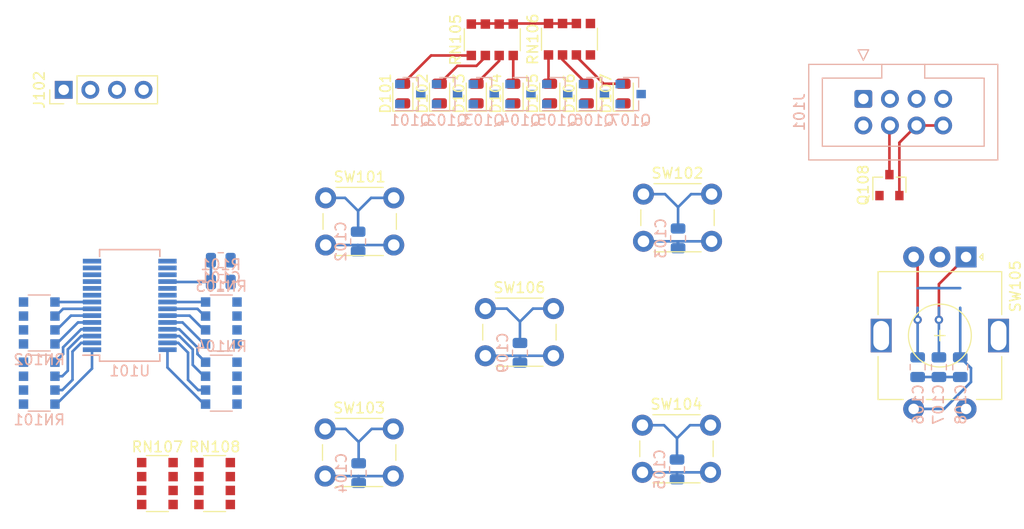
<source format=kicad_pcb>
(kicad_pcb (version 20171130) (host pcbnew "(5.1.6)-1")

  (general
    (thickness 1.6)
    (drawings 0)
    (tracks 147)
    (zones 0)
    (modules 42)
    (nets 54)
  )

  (page A4)
  (layers
    (0 F.Cu signal)
    (31 B.Cu signal)
    (32 B.Adhes user)
    (33 F.Adhes user)
    (34 B.Paste user)
    (35 F.Paste user)
    (36 B.SilkS user)
    (37 F.SilkS user)
    (38 B.Mask user)
    (39 F.Mask user)
    (40 Dwgs.User user)
    (41 Cmts.User user)
    (42 Eco1.User user)
    (43 Eco2.User user)
    (44 Edge.Cuts user)
    (45 Margin user)
    (46 B.CrtYd user)
    (47 F.CrtYd user)
    (48 B.Fab user)
    (49 F.Fab user)
  )

  (setup
    (last_trace_width 0.25)
    (trace_clearance 0.2)
    (zone_clearance 0.508)
    (zone_45_only no)
    (trace_min 0.2)
    (via_size 0.8)
    (via_drill 0.4)
    (via_min_size 0.4)
    (via_min_drill 0.3)
    (uvia_size 0.3)
    (uvia_drill 0.1)
    (uvias_allowed no)
    (uvia_min_size 0.2)
    (uvia_min_drill 0.1)
    (edge_width 0.05)
    (segment_width 0.2)
    (pcb_text_width 0.3)
    (pcb_text_size 1.5 1.5)
    (mod_edge_width 0.12)
    (mod_text_size 1 1)
    (mod_text_width 0.15)
    (pad_size 1.524 1.524)
    (pad_drill 0.762)
    (pad_to_mask_clearance 0.05)
    (aux_axis_origin 0 0)
    (visible_elements 7FFFFFFF)
    (pcbplotparams
      (layerselection 0x010fc_ffffffff)
      (usegerberextensions false)
      (usegerberattributes true)
      (usegerberadvancedattributes true)
      (creategerberjobfile true)
      (excludeedgelayer true)
      (linewidth 0.100000)
      (plotframeref false)
      (viasonmask false)
      (mode 1)
      (useauxorigin false)
      (hpglpennumber 1)
      (hpglpenspeed 20)
      (hpglpendiameter 15.000000)
      (psnegative false)
      (psa4output false)
      (plotreference true)
      (plotvalue true)
      (plotinvisibletext false)
      (padsonsilk false)
      (subtractmaskfromsilk false)
      (outputformat 1)
      (mirror false)
      (drillshape 1)
      (scaleselection 1)
      (outputdirectory ""))
  )

  (net 0 "")
  (net 1 GND)
  (net 2 "Net-(C101-Pad1)")
  (net 3 "Net-(C102-Pad1)")
  (net 4 "Net-(C103-Pad1)")
  (net 5 "Net-(C104-Pad1)")
  (net 6 "Net-(C105-Pad1)")
  (net 7 "Net-(C106-Pad1)")
  (net 8 "Net-(C107-Pad1)")
  (net 9 "Net-(C108-Pad1)")
  (net 10 "Net-(D101-Pad1)")
  (net 11 +5V)
  (net 12 "Net-(D102-Pad1)")
  (net 13 "Net-(D103-Pad1)")
  (net 14 "Net-(D104-Pad1)")
  (net 15 "Net-(D105-Pad1)")
  (net 16 "Net-(D106-Pad1)")
  (net 17 SDA)
  (net 18 SCL)
  (net 19 INT)
  (net 20 FP_OK)
  (net 21 "Net-(Q101-Pad1)")
  (net 22 "Net-(Q102-Pad1)")
  (net 23 "Net-(Q103-Pad1)")
  (net 24 "Net-(Q104-Pad1)")
  (net 25 "Net-(Q105-Pad1)")
  (net 26 "Net-(Q106-Pad1)")
  (net 27 "Net-(Q107-Pad1)")
  (net 28 "Net-(C109-Pad1)")
  (net 29 "Net-(D107-Pad1)")
  (net 30 "Net-(Q108-Pad1)")
  (net 31 "Net-(RN101-Pad6)")
  (net 32 "Net-(RN101-Pad5)")
  (net 33 "Net-(RN101-Pad8)")
  (net 34 "Net-(RN101-Pad7)")
  (net 35 "Net-(RN102-Pad7)")
  (net 36 "Net-(RN102-Pad8)")
  (net 37 "Net-(RN102-Pad5)")
  (net 38 "Net-(RN102-Pad6)")
  (net 39 "Net-(RN103-Pad6)")
  (net 40 "Net-(RN103-Pad5)")
  (net 41 "Net-(RN103-Pad8)")
  (net 42 "Net-(RN103-Pad7)")
  (net 43 "Net-(RN104-Pad7)")
  (net 44 "Net-(RN104-Pad8)")
  (net 45 "Net-(RN104-Pad5)")
  (net 46 "Net-(RN104-Pad6)")
  (net 47 "Net-(D101-Pad2)")
  (net 48 "Net-(D102-Pad2)")
  (net 49 "Net-(D103-Pad2)")
  (net 50 "Net-(D104-Pad2)")
  (net 51 "Net-(D105-Pad2)")
  (net 52 "Net-(D106-Pad2)")
  (net 53 "Net-(D107-Pad2)")

  (net_class Default "This is the default net class."
    (clearance 0.2)
    (trace_width 0.25)
    (via_dia 0.8)
    (via_drill 0.4)
    (uvia_dia 0.3)
    (uvia_drill 0.1)
    (add_net +5V)
    (add_net FP_OK)
    (add_net GND)
    (add_net INT)
    (add_net "Net-(C101-Pad1)")
    (add_net "Net-(C102-Pad1)")
    (add_net "Net-(C103-Pad1)")
    (add_net "Net-(C104-Pad1)")
    (add_net "Net-(C105-Pad1)")
    (add_net "Net-(C106-Pad1)")
    (add_net "Net-(C107-Pad1)")
    (add_net "Net-(C108-Pad1)")
    (add_net "Net-(C109-Pad1)")
    (add_net "Net-(D101-Pad1)")
    (add_net "Net-(D101-Pad2)")
    (add_net "Net-(D102-Pad1)")
    (add_net "Net-(D102-Pad2)")
    (add_net "Net-(D103-Pad1)")
    (add_net "Net-(D103-Pad2)")
    (add_net "Net-(D104-Pad1)")
    (add_net "Net-(D104-Pad2)")
    (add_net "Net-(D105-Pad1)")
    (add_net "Net-(D105-Pad2)")
    (add_net "Net-(D106-Pad1)")
    (add_net "Net-(D106-Pad2)")
    (add_net "Net-(D107-Pad1)")
    (add_net "Net-(D107-Pad2)")
    (add_net "Net-(Q101-Pad1)")
    (add_net "Net-(Q102-Pad1)")
    (add_net "Net-(Q103-Pad1)")
    (add_net "Net-(Q104-Pad1)")
    (add_net "Net-(Q105-Pad1)")
    (add_net "Net-(Q106-Pad1)")
    (add_net "Net-(Q107-Pad1)")
    (add_net "Net-(Q108-Pad1)")
    (add_net "Net-(RN101-Pad5)")
    (add_net "Net-(RN101-Pad6)")
    (add_net "Net-(RN101-Pad7)")
    (add_net "Net-(RN101-Pad8)")
    (add_net "Net-(RN102-Pad5)")
    (add_net "Net-(RN102-Pad6)")
    (add_net "Net-(RN102-Pad7)")
    (add_net "Net-(RN102-Pad8)")
    (add_net "Net-(RN103-Pad5)")
    (add_net "Net-(RN103-Pad6)")
    (add_net "Net-(RN103-Pad7)")
    (add_net "Net-(RN103-Pad8)")
    (add_net "Net-(RN104-Pad5)")
    (add_net "Net-(RN104-Pad6)")
    (add_net "Net-(RN104-Pad7)")
    (add_net "Net-(RN104-Pad8)")
    (add_net SCL)
    (add_net SDA)
  )

  (module Capacitor_SMD:C_0805_2012Metric (layer B.Cu) (tedit 5B36C52B) (tstamp 6059545A)
    (at 157.3784 58.674)
    (descr "Capacitor SMD 0805 (2012 Metric), square (rectangular) end terminal, IPC_7351 nominal, (Body size source: https://docs.google.com/spreadsheets/d/1BsfQQcO9C6DZCsRaXUlFlo91Tg2WpOkGARC1WS5S8t0/edit?usp=sharing), generated with kicad-footprint-generator")
    (tags capacitor)
    (path /609C5561)
    (attr smd)
    (fp_text reference C101 (at 0 1.65 180) (layer B.SilkS)
      (effects (font (size 1 1) (thickness 0.15)) (justify mirror))
    )
    (fp_text value C (at 0 -1.65 180) (layer B.Fab)
      (effects (font (size 1 1) (thickness 0.15)) (justify mirror))
    )
    (fp_line (start -1 -0.6) (end -1 0.6) (layer B.Fab) (width 0.1))
    (fp_line (start -1 0.6) (end 1 0.6) (layer B.Fab) (width 0.1))
    (fp_line (start 1 0.6) (end 1 -0.6) (layer B.Fab) (width 0.1))
    (fp_line (start 1 -0.6) (end -1 -0.6) (layer B.Fab) (width 0.1))
    (fp_line (start -0.258578 0.71) (end 0.258578 0.71) (layer B.SilkS) (width 0.12))
    (fp_line (start -0.258578 -0.71) (end 0.258578 -0.71) (layer B.SilkS) (width 0.12))
    (fp_line (start -1.68 -0.95) (end -1.68 0.95) (layer B.CrtYd) (width 0.05))
    (fp_line (start -1.68 0.95) (end 1.68 0.95) (layer B.CrtYd) (width 0.05))
    (fp_line (start 1.68 0.95) (end 1.68 -0.95) (layer B.CrtYd) (width 0.05))
    (fp_line (start 1.68 -0.95) (end -1.68 -0.95) (layer B.CrtYd) (width 0.05))
    (fp_text user %R (at 0 0 180) (layer B.Fab)
      (effects (font (size 0.5 0.5) (thickness 0.08)) (justify mirror))
    )
    (pad 2 smd roundrect (at 0.9375 0) (size 0.975 1.4) (layers B.Cu B.Paste B.Mask) (roundrect_rratio 0.25)
      (net 1 GND))
    (pad 1 smd roundrect (at -0.9375 0) (size 0.975 1.4) (layers B.Cu B.Paste B.Mask) (roundrect_rratio 0.25)
      (net 2 "Net-(C101-Pad1)"))
    (model ${KISYS3DMOD}/Capacitor_SMD.3dshapes/C_0805_2012Metric.wrl
      (at (xyz 0 0 0))
      (scale (xyz 1 1 1))
      (rotate (xyz 0 0 0))
    )
  )

  (module Capacitor_SMD:C_0805_2012Metric (layer B.Cu) (tedit 5B36C52B) (tstamp 6059546B)
    (at 170.4848 56.896 270)
    (descr "Capacitor SMD 0805 (2012 Metric), square (rectangular) end terminal, IPC_7351 nominal, (Body size source: https://docs.google.com/spreadsheets/d/1BsfQQcO9C6DZCsRaXUlFlo91Tg2WpOkGARC1WS5S8t0/edit?usp=sharing), generated with kicad-footprint-generator")
    (tags capacitor)
    (path /6098C4AB)
    (attr smd)
    (fp_text reference C102 (at 0 1.65 90) (layer B.SilkS)
      (effects (font (size 1 1) (thickness 0.15)) (justify mirror))
    )
    (fp_text value C (at 0 -1.65 90) (layer B.Fab)
      (effects (font (size 1 1) (thickness 0.15)) (justify mirror))
    )
    (fp_line (start 1.68 -0.95) (end -1.68 -0.95) (layer B.CrtYd) (width 0.05))
    (fp_line (start 1.68 0.95) (end 1.68 -0.95) (layer B.CrtYd) (width 0.05))
    (fp_line (start -1.68 0.95) (end 1.68 0.95) (layer B.CrtYd) (width 0.05))
    (fp_line (start -1.68 -0.95) (end -1.68 0.95) (layer B.CrtYd) (width 0.05))
    (fp_line (start -0.258578 -0.71) (end 0.258578 -0.71) (layer B.SilkS) (width 0.12))
    (fp_line (start -0.258578 0.71) (end 0.258578 0.71) (layer B.SilkS) (width 0.12))
    (fp_line (start 1 -0.6) (end -1 -0.6) (layer B.Fab) (width 0.1))
    (fp_line (start 1 0.6) (end 1 -0.6) (layer B.Fab) (width 0.1))
    (fp_line (start -1 0.6) (end 1 0.6) (layer B.Fab) (width 0.1))
    (fp_line (start -1 -0.6) (end -1 0.6) (layer B.Fab) (width 0.1))
    (fp_text user %R (at 0 0 90) (layer B.Fab)
      (effects (font (size 0.5 0.5) (thickness 0.08)) (justify mirror))
    )
    (pad 1 smd roundrect (at -0.9375 0 270) (size 0.975 1.4) (layers B.Cu B.Paste B.Mask) (roundrect_rratio 0.25)
      (net 3 "Net-(C102-Pad1)"))
    (pad 2 smd roundrect (at 0.9375 0 270) (size 0.975 1.4) (layers B.Cu B.Paste B.Mask) (roundrect_rratio 0.25)
      (net 1 GND))
    (model ${KISYS3DMOD}/Capacitor_SMD.3dshapes/C_0805_2012Metric.wrl
      (at (xyz 0 0 0))
      (scale (xyz 1 1 1))
      (rotate (xyz 0 0 0))
    )
  )

  (module Capacitor_SMD:C_0805_2012Metric (layer B.Cu) (tedit 5B36C52B) (tstamp 6059547C)
    (at 201.0156 56.5912 270)
    (descr "Capacitor SMD 0805 (2012 Metric), square (rectangular) end terminal, IPC_7351 nominal, (Body size source: https://docs.google.com/spreadsheets/d/1BsfQQcO9C6DZCsRaXUlFlo91Tg2WpOkGARC1WS5S8t0/edit?usp=sharing), generated with kicad-footprint-generator")
    (tags capacitor)
    (path /60990783)
    (attr smd)
    (fp_text reference C103 (at 0 1.65 90) (layer B.SilkS)
      (effects (font (size 1 1) (thickness 0.15)) (justify mirror))
    )
    (fp_text value C (at 0 -1.65 90) (layer B.Fab)
      (effects (font (size 1 1) (thickness 0.15)) (justify mirror))
    )
    (fp_line (start 1.68 -0.95) (end -1.68 -0.95) (layer B.CrtYd) (width 0.05))
    (fp_line (start 1.68 0.95) (end 1.68 -0.95) (layer B.CrtYd) (width 0.05))
    (fp_line (start -1.68 0.95) (end 1.68 0.95) (layer B.CrtYd) (width 0.05))
    (fp_line (start -1.68 -0.95) (end -1.68 0.95) (layer B.CrtYd) (width 0.05))
    (fp_line (start -0.258578 -0.71) (end 0.258578 -0.71) (layer B.SilkS) (width 0.12))
    (fp_line (start -0.258578 0.71) (end 0.258578 0.71) (layer B.SilkS) (width 0.12))
    (fp_line (start 1 -0.6) (end -1 -0.6) (layer B.Fab) (width 0.1))
    (fp_line (start 1 0.6) (end 1 -0.6) (layer B.Fab) (width 0.1))
    (fp_line (start -1 0.6) (end 1 0.6) (layer B.Fab) (width 0.1))
    (fp_line (start -1 -0.6) (end -1 0.6) (layer B.Fab) (width 0.1))
    (fp_text user %R (at 0 0 90) (layer B.Fab)
      (effects (font (size 0.5 0.5) (thickness 0.08)) (justify mirror))
    )
    (pad 1 smd roundrect (at -0.9375 0 270) (size 0.975 1.4) (layers B.Cu B.Paste B.Mask) (roundrect_rratio 0.25)
      (net 4 "Net-(C103-Pad1)"))
    (pad 2 smd roundrect (at 0.9375 0 270) (size 0.975 1.4) (layers B.Cu B.Paste B.Mask) (roundrect_rratio 0.25)
      (net 1 GND))
    (model ${KISYS3DMOD}/Capacitor_SMD.3dshapes/C_0805_2012Metric.wrl
      (at (xyz 0 0 0))
      (scale (xyz 1 1 1))
      (rotate (xyz 0 0 0))
    )
  )

  (module Capacitor_SMD:C_0805_2012Metric (layer B.Cu) (tedit 5B36C52B) (tstamp 6059548D)
    (at 170.5356 78.994 270)
    (descr "Capacitor SMD 0805 (2012 Metric), square (rectangular) end terminal, IPC_7351 nominal, (Body size source: https://docs.google.com/spreadsheets/d/1BsfQQcO9C6DZCsRaXUlFlo91Tg2WpOkGARC1WS5S8t0/edit?usp=sharing), generated with kicad-footprint-generator")
    (tags capacitor)
    (path /60993B80)
    (attr smd)
    (fp_text reference C104 (at 0 1.65 90) (layer B.SilkS)
      (effects (font (size 1 1) (thickness 0.15)) (justify mirror))
    )
    (fp_text value C (at 0 -1.65 90) (layer B.Fab)
      (effects (font (size 1 1) (thickness 0.15)) (justify mirror))
    )
    (fp_line (start -1 -0.6) (end -1 0.6) (layer B.Fab) (width 0.1))
    (fp_line (start -1 0.6) (end 1 0.6) (layer B.Fab) (width 0.1))
    (fp_line (start 1 0.6) (end 1 -0.6) (layer B.Fab) (width 0.1))
    (fp_line (start 1 -0.6) (end -1 -0.6) (layer B.Fab) (width 0.1))
    (fp_line (start -0.258578 0.71) (end 0.258578 0.71) (layer B.SilkS) (width 0.12))
    (fp_line (start -0.258578 -0.71) (end 0.258578 -0.71) (layer B.SilkS) (width 0.12))
    (fp_line (start -1.68 -0.95) (end -1.68 0.95) (layer B.CrtYd) (width 0.05))
    (fp_line (start -1.68 0.95) (end 1.68 0.95) (layer B.CrtYd) (width 0.05))
    (fp_line (start 1.68 0.95) (end 1.68 -0.95) (layer B.CrtYd) (width 0.05))
    (fp_line (start 1.68 -0.95) (end -1.68 -0.95) (layer B.CrtYd) (width 0.05))
    (fp_text user %R (at 0 0 90) (layer B.Fab)
      (effects (font (size 0.5 0.5) (thickness 0.08)) (justify mirror))
    )
    (pad 2 smd roundrect (at 0.9375 0 270) (size 0.975 1.4) (layers B.Cu B.Paste B.Mask) (roundrect_rratio 0.25)
      (net 1 GND))
    (pad 1 smd roundrect (at -0.9375 0 270) (size 0.975 1.4) (layers B.Cu B.Paste B.Mask) (roundrect_rratio 0.25)
      (net 5 "Net-(C104-Pad1)"))
    (model ${KISYS3DMOD}/Capacitor_SMD.3dshapes/C_0805_2012Metric.wrl
      (at (xyz 0 0 0))
      (scale (xyz 1 1 1))
      (rotate (xyz 0 0 0))
    )
  )

  (module Capacitor_SMD:C_0805_2012Metric (layer B.Cu) (tedit 5B36C52B) (tstamp 6059549E)
    (at 200.914 78.6384 270)
    (descr "Capacitor SMD 0805 (2012 Metric), square (rectangular) end terminal, IPC_7351 nominal, (Body size source: https://docs.google.com/spreadsheets/d/1BsfQQcO9C6DZCsRaXUlFlo91Tg2WpOkGARC1WS5S8t0/edit?usp=sharing), generated with kicad-footprint-generator")
    (tags capacitor)
    (path /60A244D0)
    (attr smd)
    (fp_text reference C105 (at 0 1.65 90) (layer B.SilkS)
      (effects (font (size 1 1) (thickness 0.15)) (justify mirror))
    )
    (fp_text value C (at 0 -1.65 90) (layer B.Fab)
      (effects (font (size 1 1) (thickness 0.15)) (justify mirror))
    )
    (fp_line (start -1 -0.6) (end -1 0.6) (layer B.Fab) (width 0.1))
    (fp_line (start -1 0.6) (end 1 0.6) (layer B.Fab) (width 0.1))
    (fp_line (start 1 0.6) (end 1 -0.6) (layer B.Fab) (width 0.1))
    (fp_line (start 1 -0.6) (end -1 -0.6) (layer B.Fab) (width 0.1))
    (fp_line (start -0.258578 0.71) (end 0.258578 0.71) (layer B.SilkS) (width 0.12))
    (fp_line (start -0.258578 -0.71) (end 0.258578 -0.71) (layer B.SilkS) (width 0.12))
    (fp_line (start -1.68 -0.95) (end -1.68 0.95) (layer B.CrtYd) (width 0.05))
    (fp_line (start -1.68 0.95) (end 1.68 0.95) (layer B.CrtYd) (width 0.05))
    (fp_line (start 1.68 0.95) (end 1.68 -0.95) (layer B.CrtYd) (width 0.05))
    (fp_line (start 1.68 -0.95) (end -1.68 -0.95) (layer B.CrtYd) (width 0.05))
    (fp_text user %R (at 0 0 90) (layer B.Fab)
      (effects (font (size 0.5 0.5) (thickness 0.08)) (justify mirror))
    )
    (pad 2 smd roundrect (at 0.9375 0 270) (size 0.975 1.4) (layers B.Cu B.Paste B.Mask) (roundrect_rratio 0.25)
      (net 1 GND))
    (pad 1 smd roundrect (at -0.9375 0 270) (size 0.975 1.4) (layers B.Cu B.Paste B.Mask) (roundrect_rratio 0.25)
      (net 6 "Net-(C105-Pad1)"))
    (model ${KISYS3DMOD}/Capacitor_SMD.3dshapes/C_0805_2012Metric.wrl
      (at (xyz 0 0 0))
      (scale (xyz 1 1 1))
      (rotate (xyz 0 0 0))
    )
  )

  (module Capacitor_SMD:C_0805_2012Metric (layer B.Cu) (tedit 5B36C52B) (tstamp 605954AF)
    (at 223.8756 68.8848 270)
    (descr "Capacitor SMD 0805 (2012 Metric), square (rectangular) end terminal, IPC_7351 nominal, (Body size source: https://docs.google.com/spreadsheets/d/1BsfQQcO9C6DZCsRaXUlFlo91Tg2WpOkGARC1WS5S8t0/edit?usp=sharing), generated with kicad-footprint-generator")
    (tags capacitor)
    (path /609668C9)
    (attr smd)
    (fp_text reference C106 (at 3.556 -0.0508 90) (layer B.SilkS)
      (effects (font (size 1 1) (thickness 0.15)) (justify mirror))
    )
    (fp_text value C (at 0 -1.65 90) (layer B.Fab)
      (effects (font (size 1 1) (thickness 0.15)) (justify mirror))
    )
    (fp_line (start 1.68 -0.95) (end -1.68 -0.95) (layer B.CrtYd) (width 0.05))
    (fp_line (start 1.68 0.95) (end 1.68 -0.95) (layer B.CrtYd) (width 0.05))
    (fp_line (start -1.68 0.95) (end 1.68 0.95) (layer B.CrtYd) (width 0.05))
    (fp_line (start -1.68 -0.95) (end -1.68 0.95) (layer B.CrtYd) (width 0.05))
    (fp_line (start -0.258578 -0.71) (end 0.258578 -0.71) (layer B.SilkS) (width 0.12))
    (fp_line (start -0.258578 0.71) (end 0.258578 0.71) (layer B.SilkS) (width 0.12))
    (fp_line (start 1 -0.6) (end -1 -0.6) (layer B.Fab) (width 0.1))
    (fp_line (start 1 0.6) (end 1 -0.6) (layer B.Fab) (width 0.1))
    (fp_line (start -1 0.6) (end 1 0.6) (layer B.Fab) (width 0.1))
    (fp_line (start -1 -0.6) (end -1 0.6) (layer B.Fab) (width 0.1))
    (fp_text user %R (at 0 0 90) (layer B.Fab)
      (effects (font (size 0.5 0.5) (thickness 0.08)) (justify mirror))
    )
    (pad 1 smd roundrect (at -0.9375 0 270) (size 0.975 1.4) (layers B.Cu B.Paste B.Mask) (roundrect_rratio 0.25)
      (net 7 "Net-(C106-Pad1)"))
    (pad 2 smd roundrect (at 0.9375 0 270) (size 0.975 1.4) (layers B.Cu B.Paste B.Mask) (roundrect_rratio 0.25)
      (net 1 GND))
    (model ${KISYS3DMOD}/Capacitor_SMD.3dshapes/C_0805_2012Metric.wrl
      (at (xyz 0 0 0))
      (scale (xyz 1 1 1))
      (rotate (xyz 0 0 0))
    )
  )

  (module Capacitor_SMD:C_0805_2012Metric (layer B.Cu) (tedit 5B36C52B) (tstamp 605954C0)
    (at 225.9076 68.8848 270)
    (descr "Capacitor SMD 0805 (2012 Metric), square (rectangular) end terminal, IPC_7351 nominal, (Body size source: https://docs.google.com/spreadsheets/d/1BsfQQcO9C6DZCsRaXUlFlo91Tg2WpOkGARC1WS5S8t0/edit?usp=sharing), generated with kicad-footprint-generator")
    (tags capacitor)
    (path /60969062)
    (attr smd)
    (fp_text reference C107 (at 3.556 0.0508 270) (layer B.SilkS)
      (effects (font (size 1 1) (thickness 0.15)) (justify mirror))
    )
    (fp_text value C (at 0 -1.65 270) (layer B.Fab)
      (effects (font (size 1 1) (thickness 0.15)) (justify mirror))
    )
    (fp_line (start -1 -0.6) (end -1 0.6) (layer B.Fab) (width 0.1))
    (fp_line (start -1 0.6) (end 1 0.6) (layer B.Fab) (width 0.1))
    (fp_line (start 1 0.6) (end 1 -0.6) (layer B.Fab) (width 0.1))
    (fp_line (start 1 -0.6) (end -1 -0.6) (layer B.Fab) (width 0.1))
    (fp_line (start -0.258578 0.71) (end 0.258578 0.71) (layer B.SilkS) (width 0.12))
    (fp_line (start -0.258578 -0.71) (end 0.258578 -0.71) (layer B.SilkS) (width 0.12))
    (fp_line (start -1.68 -0.95) (end -1.68 0.95) (layer B.CrtYd) (width 0.05))
    (fp_line (start -1.68 0.95) (end 1.68 0.95) (layer B.CrtYd) (width 0.05))
    (fp_line (start 1.68 0.95) (end 1.68 -0.95) (layer B.CrtYd) (width 0.05))
    (fp_line (start 1.68 -0.95) (end -1.68 -0.95) (layer B.CrtYd) (width 0.05))
    (fp_text user %R (at 0 0 270) (layer B.Fab)
      (effects (font (size 0.5 0.5) (thickness 0.08)) (justify mirror))
    )
    (pad 2 smd roundrect (at 0.9375 0 270) (size 0.975 1.4) (layers B.Cu B.Paste B.Mask) (roundrect_rratio 0.25)
      (net 1 GND))
    (pad 1 smd roundrect (at -0.9375 0 270) (size 0.975 1.4) (layers B.Cu B.Paste B.Mask) (roundrect_rratio 0.25)
      (net 8 "Net-(C107-Pad1)"))
    (model ${KISYS3DMOD}/Capacitor_SMD.3dshapes/C_0805_2012Metric.wrl
      (at (xyz 0 0 0))
      (scale (xyz 1 1 1))
      (rotate (xyz 0 0 0))
    )
  )

  (module Capacitor_SMD:C_0805_2012Metric (layer B.Cu) (tedit 5B36C52B) (tstamp 6057DF3A)
    (at 227.9396 68.8848 270)
    (descr "Capacitor SMD 0805 (2012 Metric), square (rectangular) end terminal, IPC_7351 nominal, (Body size source: https://docs.google.com/spreadsheets/d/1BsfQQcO9C6DZCsRaXUlFlo91Tg2WpOkGARC1WS5S8t0/edit?usp=sharing), generated with kicad-footprint-generator")
    (tags capacitor)
    (path /60969666)
    (attr smd)
    (fp_text reference C108 (at 3.556 -0.0508 90) (layer B.SilkS)
      (effects (font (size 1 1) (thickness 0.15)) (justify mirror))
    )
    (fp_text value C (at 0 -1.65 90) (layer B.Fab)
      (effects (font (size 1 1) (thickness 0.15)) (justify mirror))
    )
    (fp_line (start 1.68 -0.95) (end -1.68 -0.95) (layer B.CrtYd) (width 0.05))
    (fp_line (start 1.68 0.95) (end 1.68 -0.95) (layer B.CrtYd) (width 0.05))
    (fp_line (start -1.68 0.95) (end 1.68 0.95) (layer B.CrtYd) (width 0.05))
    (fp_line (start -1.68 -0.95) (end -1.68 0.95) (layer B.CrtYd) (width 0.05))
    (fp_line (start -0.258578 -0.71) (end 0.258578 -0.71) (layer B.SilkS) (width 0.12))
    (fp_line (start -0.258578 0.71) (end 0.258578 0.71) (layer B.SilkS) (width 0.12))
    (fp_line (start 1 -0.6) (end -1 -0.6) (layer B.Fab) (width 0.1))
    (fp_line (start 1 0.6) (end 1 -0.6) (layer B.Fab) (width 0.1))
    (fp_line (start -1 0.6) (end 1 0.6) (layer B.Fab) (width 0.1))
    (fp_line (start -1 -0.6) (end -1 0.6) (layer B.Fab) (width 0.1))
    (fp_text user %R (at 0 0 90) (layer B.Fab)
      (effects (font (size 0.5 0.5) (thickness 0.08)) (justify mirror))
    )
    (pad 1 smd roundrect (at -0.9375 0 270) (size 0.975 1.4) (layers B.Cu B.Paste B.Mask) (roundrect_rratio 0.25)
      (net 9 "Net-(C108-Pad1)"))
    (pad 2 smd roundrect (at 0.9375 0 270) (size 0.975 1.4) (layers B.Cu B.Paste B.Mask) (roundrect_rratio 0.25)
      (net 1 GND))
    (model ${KISYS3DMOD}/Capacitor_SMD.3dshapes/C_0805_2012Metric.wrl
      (at (xyz 0 0 0))
      (scale (xyz 1 1 1))
      (rotate (xyz 0 0 0))
    )
  )

  (module LED_SMD:LED_0805_2012Metric (layer F.Cu) (tedit 5B36C52C) (tstamp 60AD1447)
    (at 174.752 42.7736 90)
    (descr "LED SMD 0805 (2012 Metric), square (rectangular) end terminal, IPC_7351 nominal, (Body size source: https://docs.google.com/spreadsheets/d/1BsfQQcO9C6DZCsRaXUlFlo91Tg2WpOkGARC1WS5S8t0/edit?usp=sharing), generated with kicad-footprint-generator")
    (tags diode)
    (path /60A9283A)
    (attr smd)
    (fp_text reference D101 (at 0 -1.65 90) (layer F.SilkS)
      (effects (font (size 1 1) (thickness 0.15)))
    )
    (fp_text value LED (at 0 1.65 90) (layer F.Fab)
      (effects (font (size 1 1) (thickness 0.15)))
    )
    (fp_line (start 1.68 0.95) (end -1.68 0.95) (layer F.CrtYd) (width 0.05))
    (fp_line (start 1.68 -0.95) (end 1.68 0.95) (layer F.CrtYd) (width 0.05))
    (fp_line (start -1.68 -0.95) (end 1.68 -0.95) (layer F.CrtYd) (width 0.05))
    (fp_line (start -1.68 0.95) (end -1.68 -0.95) (layer F.CrtYd) (width 0.05))
    (fp_line (start -1.685 0.96) (end 1 0.96) (layer F.SilkS) (width 0.12))
    (fp_line (start -1.685 -0.96) (end -1.685 0.96) (layer F.SilkS) (width 0.12))
    (fp_line (start 1 -0.96) (end -1.685 -0.96) (layer F.SilkS) (width 0.12))
    (fp_line (start 1 0.6) (end 1 -0.6) (layer F.Fab) (width 0.1))
    (fp_line (start -1 0.6) (end 1 0.6) (layer F.Fab) (width 0.1))
    (fp_line (start -1 -0.3) (end -1 0.6) (layer F.Fab) (width 0.1))
    (fp_line (start -0.7 -0.6) (end -1 -0.3) (layer F.Fab) (width 0.1))
    (fp_line (start 1 -0.6) (end -0.7 -0.6) (layer F.Fab) (width 0.1))
    (fp_text user %R (at 0 0 90) (layer F.Fab)
      (effects (font (size 0.5 0.5) (thickness 0.08)))
    )
    (pad 1 smd roundrect (at -0.9375 0 90) (size 0.975 1.4) (layers F.Cu F.Paste F.Mask) (roundrect_rratio 0.25)
      (net 10 "Net-(D101-Pad1)"))
    (pad 2 smd roundrect (at 0.9375 0 90) (size 0.975 1.4) (layers F.Cu F.Paste F.Mask) (roundrect_rratio 0.25)
      (net 47 "Net-(D101-Pad2)"))
    (model ${KISYS3DMOD}/LED_SMD.3dshapes/LED_0805_2012Metric.wrl
      (at (xyz 0 0 0))
      (scale (xyz 1 1 1))
      (rotate (xyz 0 0 0))
    )
  )

  (module LED_SMD:LED_0805_2012Metric (layer F.Cu) (tedit 5B36C52C) (tstamp 60AD1411)
    (at 178.2572 42.7736 90)
    (descr "LED SMD 0805 (2012 Metric), square (rectangular) end terminal, IPC_7351 nominal, (Body size source: https://docs.google.com/spreadsheets/d/1BsfQQcO9C6DZCsRaXUlFlo91Tg2WpOkGARC1WS5S8t0/edit?usp=sharing), generated with kicad-footprint-generator")
    (tags diode)
    (path /60A9EEF8)
    (attr smd)
    (fp_text reference D102 (at 0 -1.65 90) (layer F.SilkS)
      (effects (font (size 1 1) (thickness 0.15)))
    )
    (fp_text value LED (at 0 1.65 90) (layer F.Fab)
      (effects (font (size 1 1) (thickness 0.15)))
    )
    (fp_line (start 1 -0.6) (end -0.7 -0.6) (layer F.Fab) (width 0.1))
    (fp_line (start -0.7 -0.6) (end -1 -0.3) (layer F.Fab) (width 0.1))
    (fp_line (start -1 -0.3) (end -1 0.6) (layer F.Fab) (width 0.1))
    (fp_line (start -1 0.6) (end 1 0.6) (layer F.Fab) (width 0.1))
    (fp_line (start 1 0.6) (end 1 -0.6) (layer F.Fab) (width 0.1))
    (fp_line (start 1 -0.96) (end -1.685 -0.96) (layer F.SilkS) (width 0.12))
    (fp_line (start -1.685 -0.96) (end -1.685 0.96) (layer F.SilkS) (width 0.12))
    (fp_line (start -1.685 0.96) (end 1 0.96) (layer F.SilkS) (width 0.12))
    (fp_line (start -1.68 0.95) (end -1.68 -0.95) (layer F.CrtYd) (width 0.05))
    (fp_line (start -1.68 -0.95) (end 1.68 -0.95) (layer F.CrtYd) (width 0.05))
    (fp_line (start 1.68 -0.95) (end 1.68 0.95) (layer F.CrtYd) (width 0.05))
    (fp_line (start 1.68 0.95) (end -1.68 0.95) (layer F.CrtYd) (width 0.05))
    (fp_text user %R (at 0 0 90) (layer F.Fab)
      (effects (font (size 0.5 0.5) (thickness 0.08)))
    )
    (pad 2 smd roundrect (at 0.9375 0 90) (size 0.975 1.4) (layers F.Cu F.Paste F.Mask) (roundrect_rratio 0.25)
      (net 48 "Net-(D102-Pad2)"))
    (pad 1 smd roundrect (at -0.9375 0 90) (size 0.975 1.4) (layers F.Cu F.Paste F.Mask) (roundrect_rratio 0.25)
      (net 12 "Net-(D102-Pad1)"))
    (model ${KISYS3DMOD}/LED_SMD.3dshapes/LED_0805_2012Metric.wrl
      (at (xyz 0 0 0))
      (scale (xyz 1 1 1))
      (rotate (xyz 0 0 0))
    )
  )

  (module LED_SMD:LED_0805_2012Metric (layer F.Cu) (tedit 5B36C52C) (tstamp 60AD13A5)
    (at 181.7624 42.7736 90)
    (descr "LED SMD 0805 (2012 Metric), square (rectangular) end terminal, IPC_7351 nominal, (Body size source: https://docs.google.com/spreadsheets/d/1BsfQQcO9C6DZCsRaXUlFlo91Tg2WpOkGARC1WS5S8t0/edit?usp=sharing), generated with kicad-footprint-generator")
    (tags diode)
    (path /60AA54F5)
    (attr smd)
    (fp_text reference D103 (at 0 -1.65 90) (layer F.SilkS)
      (effects (font (size 1 1) (thickness 0.15)))
    )
    (fp_text value LED (at 0 1.65 90) (layer F.Fab)
      (effects (font (size 1 1) (thickness 0.15)))
    )
    (fp_line (start 1.68 0.95) (end -1.68 0.95) (layer F.CrtYd) (width 0.05))
    (fp_line (start 1.68 -0.95) (end 1.68 0.95) (layer F.CrtYd) (width 0.05))
    (fp_line (start -1.68 -0.95) (end 1.68 -0.95) (layer F.CrtYd) (width 0.05))
    (fp_line (start -1.68 0.95) (end -1.68 -0.95) (layer F.CrtYd) (width 0.05))
    (fp_line (start -1.685 0.96) (end 1 0.96) (layer F.SilkS) (width 0.12))
    (fp_line (start -1.685 -0.96) (end -1.685 0.96) (layer F.SilkS) (width 0.12))
    (fp_line (start 1 -0.96) (end -1.685 -0.96) (layer F.SilkS) (width 0.12))
    (fp_line (start 1 0.6) (end 1 -0.6) (layer F.Fab) (width 0.1))
    (fp_line (start -1 0.6) (end 1 0.6) (layer F.Fab) (width 0.1))
    (fp_line (start -1 -0.3) (end -1 0.6) (layer F.Fab) (width 0.1))
    (fp_line (start -0.7 -0.6) (end -1 -0.3) (layer F.Fab) (width 0.1))
    (fp_line (start 1 -0.6) (end -0.7 -0.6) (layer F.Fab) (width 0.1))
    (fp_text user %R (at 0 0 90) (layer F.Fab)
      (effects (font (size 0.5 0.5) (thickness 0.08)))
    )
    (pad 1 smd roundrect (at -0.9375 0 90) (size 0.975 1.4) (layers F.Cu F.Paste F.Mask) (roundrect_rratio 0.25)
      (net 13 "Net-(D103-Pad1)"))
    (pad 2 smd roundrect (at 0.9375 0 90) (size 0.975 1.4) (layers F.Cu F.Paste F.Mask) (roundrect_rratio 0.25)
      (net 49 "Net-(D103-Pad2)"))
    (model ${KISYS3DMOD}/LED_SMD.3dshapes/LED_0805_2012Metric.wrl
      (at (xyz 0 0 0))
      (scale (xyz 1 1 1))
      (rotate (xyz 0 0 0))
    )
  )

  (module LED_SMD:LED_0805_2012Metric (layer F.Cu) (tedit 5B36C52C) (tstamp 60AD13DB)
    (at 185.2676 42.7736 90)
    (descr "LED SMD 0805 (2012 Metric), square (rectangular) end terminal, IPC_7351 nominal, (Body size source: https://docs.google.com/spreadsheets/d/1BsfQQcO9C6DZCsRaXUlFlo91Tg2WpOkGARC1WS5S8t0/edit?usp=sharing), generated with kicad-footprint-generator")
    (tags diode)
    (path /60AAF32A)
    (attr smd)
    (fp_text reference D104 (at 0 -1.65 90) (layer F.SilkS)
      (effects (font (size 1 1) (thickness 0.15)))
    )
    (fp_text value LED (at 0 1.65 90) (layer F.Fab)
      (effects (font (size 1 1) (thickness 0.15)))
    )
    (fp_line (start 1 -0.6) (end -0.7 -0.6) (layer F.Fab) (width 0.1))
    (fp_line (start -0.7 -0.6) (end -1 -0.3) (layer F.Fab) (width 0.1))
    (fp_line (start -1 -0.3) (end -1 0.6) (layer F.Fab) (width 0.1))
    (fp_line (start -1 0.6) (end 1 0.6) (layer F.Fab) (width 0.1))
    (fp_line (start 1 0.6) (end 1 -0.6) (layer F.Fab) (width 0.1))
    (fp_line (start 1 -0.96) (end -1.685 -0.96) (layer F.SilkS) (width 0.12))
    (fp_line (start -1.685 -0.96) (end -1.685 0.96) (layer F.SilkS) (width 0.12))
    (fp_line (start -1.685 0.96) (end 1 0.96) (layer F.SilkS) (width 0.12))
    (fp_line (start -1.68 0.95) (end -1.68 -0.95) (layer F.CrtYd) (width 0.05))
    (fp_line (start -1.68 -0.95) (end 1.68 -0.95) (layer F.CrtYd) (width 0.05))
    (fp_line (start 1.68 -0.95) (end 1.68 0.95) (layer F.CrtYd) (width 0.05))
    (fp_line (start 1.68 0.95) (end -1.68 0.95) (layer F.CrtYd) (width 0.05))
    (fp_text user %R (at 0 0 90) (layer F.Fab)
      (effects (font (size 0.5 0.5) (thickness 0.08)))
    )
    (pad 2 smd roundrect (at 0.9375 0 90) (size 0.975 1.4) (layers F.Cu F.Paste F.Mask) (roundrect_rratio 0.25)
      (net 50 "Net-(D104-Pad2)"))
    (pad 1 smd roundrect (at -0.9375 0 90) (size 0.975 1.4) (layers F.Cu F.Paste F.Mask) (roundrect_rratio 0.25)
      (net 14 "Net-(D104-Pad1)"))
    (model ${KISYS3DMOD}/LED_SMD.3dshapes/LED_0805_2012Metric.wrl
      (at (xyz 0 0 0))
      (scale (xyz 1 1 1))
      (rotate (xyz 0 0 0))
    )
  )

  (module LED_SMD:LED_0805_2012Metric (layer F.Cu) (tedit 5B36C52C) (tstamp 60AD147D)
    (at 188.7728 42.7736 90)
    (descr "LED SMD 0805 (2012 Metric), square (rectangular) end terminal, IPC_7351 nominal, (Body size source: https://docs.google.com/spreadsheets/d/1BsfQQcO9C6DZCsRaXUlFlo91Tg2WpOkGARC1WS5S8t0/edit?usp=sharing), generated with kicad-footprint-generator")
    (tags diode)
    (path /60AAF33E)
    (attr smd)
    (fp_text reference D105 (at 0 -1.65 90) (layer F.SilkS)
      (effects (font (size 1 1) (thickness 0.15)))
    )
    (fp_text value LED (at 0 1.65 90) (layer F.Fab)
      (effects (font (size 1 1) (thickness 0.15)))
    )
    (fp_line (start 1.68 0.95) (end -1.68 0.95) (layer F.CrtYd) (width 0.05))
    (fp_line (start 1.68 -0.95) (end 1.68 0.95) (layer F.CrtYd) (width 0.05))
    (fp_line (start -1.68 -0.95) (end 1.68 -0.95) (layer F.CrtYd) (width 0.05))
    (fp_line (start -1.68 0.95) (end -1.68 -0.95) (layer F.CrtYd) (width 0.05))
    (fp_line (start -1.685 0.96) (end 1 0.96) (layer F.SilkS) (width 0.12))
    (fp_line (start -1.685 -0.96) (end -1.685 0.96) (layer F.SilkS) (width 0.12))
    (fp_line (start 1 -0.96) (end -1.685 -0.96) (layer F.SilkS) (width 0.12))
    (fp_line (start 1 0.6) (end 1 -0.6) (layer F.Fab) (width 0.1))
    (fp_line (start -1 0.6) (end 1 0.6) (layer F.Fab) (width 0.1))
    (fp_line (start -1 -0.3) (end -1 0.6) (layer F.Fab) (width 0.1))
    (fp_line (start -0.7 -0.6) (end -1 -0.3) (layer F.Fab) (width 0.1))
    (fp_line (start 1 -0.6) (end -0.7 -0.6) (layer F.Fab) (width 0.1))
    (fp_text user %R (at 0 0 90) (layer F.Fab)
      (effects (font (size 0.5 0.5) (thickness 0.08)))
    )
    (pad 1 smd roundrect (at -0.9375 0 90) (size 0.975 1.4) (layers F.Cu F.Paste F.Mask) (roundrect_rratio 0.25)
      (net 15 "Net-(D105-Pad1)"))
    (pad 2 smd roundrect (at 0.9375 0 90) (size 0.975 1.4) (layers F.Cu F.Paste F.Mask) (roundrect_rratio 0.25)
      (net 51 "Net-(D105-Pad2)"))
    (model ${KISYS3DMOD}/LED_SMD.3dshapes/LED_0805_2012Metric.wrl
      (at (xyz 0 0 0))
      (scale (xyz 1 1 1))
      (rotate (xyz 0 0 0))
    )
  )

  (module LED_SMD:LED_0805_2012Metric (layer F.Cu) (tedit 5B36C52C) (tstamp 60AD14B3)
    (at 192.278 42.7736 90)
    (descr "LED SMD 0805 (2012 Metric), square (rectangular) end terminal, IPC_7351 nominal, (Body size source: https://docs.google.com/spreadsheets/d/1BsfQQcO9C6DZCsRaXUlFlo91Tg2WpOkGARC1WS5S8t0/edit?usp=sharing), generated with kicad-footprint-generator")
    (tags diode)
    (path /60AAF352)
    (attr smd)
    (fp_text reference D106 (at 0 -1.65 90) (layer F.SilkS)
      (effects (font (size 1 1) (thickness 0.15)))
    )
    (fp_text value LED (at 0 1.65 90) (layer F.Fab)
      (effects (font (size 1 1) (thickness 0.15)))
    )
    (fp_line (start 1 -0.6) (end -0.7 -0.6) (layer F.Fab) (width 0.1))
    (fp_line (start -0.7 -0.6) (end -1 -0.3) (layer F.Fab) (width 0.1))
    (fp_line (start -1 -0.3) (end -1 0.6) (layer F.Fab) (width 0.1))
    (fp_line (start -1 0.6) (end 1 0.6) (layer F.Fab) (width 0.1))
    (fp_line (start 1 0.6) (end 1 -0.6) (layer F.Fab) (width 0.1))
    (fp_line (start 1 -0.96) (end -1.685 -0.96) (layer F.SilkS) (width 0.12))
    (fp_line (start -1.685 -0.96) (end -1.685 0.96) (layer F.SilkS) (width 0.12))
    (fp_line (start -1.685 0.96) (end 1 0.96) (layer F.SilkS) (width 0.12))
    (fp_line (start -1.68 0.95) (end -1.68 -0.95) (layer F.CrtYd) (width 0.05))
    (fp_line (start -1.68 -0.95) (end 1.68 -0.95) (layer F.CrtYd) (width 0.05))
    (fp_line (start 1.68 -0.95) (end 1.68 0.95) (layer F.CrtYd) (width 0.05))
    (fp_line (start 1.68 0.95) (end -1.68 0.95) (layer F.CrtYd) (width 0.05))
    (fp_text user %R (at 0 0 90) (layer F.Fab)
      (effects (font (size 0.5 0.5) (thickness 0.08)))
    )
    (pad 2 smd roundrect (at 0.9375 0 90) (size 0.975 1.4) (layers F.Cu F.Paste F.Mask) (roundrect_rratio 0.25)
      (net 52 "Net-(D106-Pad2)"))
    (pad 1 smd roundrect (at -0.9375 0 90) (size 0.975 1.4) (layers F.Cu F.Paste F.Mask) (roundrect_rratio 0.25)
      (net 16 "Net-(D106-Pad1)"))
    (model ${KISYS3DMOD}/LED_SMD.3dshapes/LED_0805_2012Metric.wrl
      (at (xyz 0 0 0))
      (scale (xyz 1 1 1))
      (rotate (xyz 0 0 0))
    )
  )

  (module Connector_IDC:IDC-Header_2x04_P2.54mm_Vertical (layer B.Cu) (tedit 5EAC9A07) (tstamp 60595570)
    (at 218.694 43.2816 270)
    (descr "Through hole IDC box header, 2x04, 2.54mm pitch, DIN 41651 / IEC 60603-13, double rows, https://docs.google.com/spreadsheets/d/16SsEcesNF15N3Lb4niX7dcUr-NY5_MFPQhobNuNppn4/edit#gid=0")
    (tags "Through hole vertical IDC box header THT 2x04 2.54mm double row")
    (path /609600C9)
    (fp_text reference J101 (at 1.27 6.1 90) (layer B.SilkS)
      (effects (font (size 1 1) (thickness 0.15)) (justify mirror))
    )
    (fp_text value Conn_02x04_Odd_Even (at 1.27 -13.72 90) (layer B.Fab)
      (effects (font (size 1 1) (thickness 0.15)) (justify mirror))
    )
    (fp_line (start 6.22 5.6) (end -3.68 5.6) (layer B.CrtYd) (width 0.05))
    (fp_line (start 6.22 -13.22) (end 6.22 5.6) (layer B.CrtYd) (width 0.05))
    (fp_line (start -3.68 -13.22) (end 6.22 -13.22) (layer B.CrtYd) (width 0.05))
    (fp_line (start -3.68 5.6) (end -3.68 -13.22) (layer B.CrtYd) (width 0.05))
    (fp_line (start -4.68 -0.5) (end -3.68 0) (layer B.SilkS) (width 0.12))
    (fp_line (start -4.68 0.5) (end -4.68 -0.5) (layer B.SilkS) (width 0.12))
    (fp_line (start -3.68 0) (end -4.68 0.5) (layer B.SilkS) (width 0.12))
    (fp_line (start -1.98 -5.86) (end -3.29 -5.86) (layer B.SilkS) (width 0.12))
    (fp_line (start -1.98 -5.86) (end -1.98 -5.86) (layer B.SilkS) (width 0.12))
    (fp_line (start -1.98 -11.53) (end -1.98 -5.86) (layer B.SilkS) (width 0.12))
    (fp_line (start 4.52 -11.53) (end -1.98 -11.53) (layer B.SilkS) (width 0.12))
    (fp_line (start 4.52 3.91) (end 4.52 -11.53) (layer B.SilkS) (width 0.12))
    (fp_line (start -1.98 3.91) (end 4.52 3.91) (layer B.SilkS) (width 0.12))
    (fp_line (start -1.98 -1.76) (end -1.98 3.91) (layer B.SilkS) (width 0.12))
    (fp_line (start -3.29 -1.76) (end -1.98 -1.76) (layer B.SilkS) (width 0.12))
    (fp_line (start -3.29 -12.83) (end -3.29 5.21) (layer B.SilkS) (width 0.12))
    (fp_line (start 5.83 -12.83) (end -3.29 -12.83) (layer B.SilkS) (width 0.12))
    (fp_line (start 5.83 5.21) (end 5.83 -12.83) (layer B.SilkS) (width 0.12))
    (fp_line (start -3.29 5.21) (end 5.83 5.21) (layer B.SilkS) (width 0.12))
    (fp_line (start -1.98 -5.86) (end -3.18 -5.86) (layer B.Fab) (width 0.1))
    (fp_line (start -1.98 -5.86) (end -1.98 -5.86) (layer B.Fab) (width 0.1))
    (fp_line (start -1.98 -11.53) (end -1.98 -5.86) (layer B.Fab) (width 0.1))
    (fp_line (start 4.52 -11.53) (end -1.98 -11.53) (layer B.Fab) (width 0.1))
    (fp_line (start 4.52 3.91) (end 4.52 -11.53) (layer B.Fab) (width 0.1))
    (fp_line (start -1.98 3.91) (end 4.52 3.91) (layer B.Fab) (width 0.1))
    (fp_line (start -1.98 -1.76) (end -1.98 3.91) (layer B.Fab) (width 0.1))
    (fp_line (start -3.18 -1.76) (end -1.98 -1.76) (layer B.Fab) (width 0.1))
    (fp_line (start -3.18 -12.72) (end -3.18 4.1) (layer B.Fab) (width 0.1))
    (fp_line (start 5.72 -12.72) (end -3.18 -12.72) (layer B.Fab) (width 0.1))
    (fp_line (start 5.72 5.1) (end 5.72 -12.72) (layer B.Fab) (width 0.1))
    (fp_line (start -2.18 5.1) (end 5.72 5.1) (layer B.Fab) (width 0.1))
    (fp_line (start -3.18 4.1) (end -2.18 5.1) (layer B.Fab) (width 0.1))
    (fp_text user %R (at 1.27 -3.81 180) (layer B.Fab)
      (effects (font (size 1 1) (thickness 0.15)) (justify mirror))
    )
    (pad 1 thru_hole roundrect (at 0 0 270) (size 1.7 1.7) (drill 1) (layers *.Cu *.Mask) (roundrect_rratio 0.147059)
      (net 17 SDA))
    (pad 3 thru_hole circle (at 0 -2.54 270) (size 1.7 1.7) (drill 1) (layers *.Cu *.Mask)
      (net 18 SCL))
    (pad 5 thru_hole circle (at 0 -5.08 270) (size 1.7 1.7) (drill 1) (layers *.Cu *.Mask)
      (net 11 +5V))
    (pad 7 thru_hole circle (at 0 -7.62 270) (size 1.7 1.7) (drill 1) (layers *.Cu *.Mask)
      (net 11 +5V))
    (pad 2 thru_hole circle (at 2.54 0 270) (size 1.7 1.7) (drill 1) (layers *.Cu *.Mask)
      (net 19 INT))
    (pad 4 thru_hole circle (at 2.54 -2.54 270) (size 1.7 1.7) (drill 1) (layers *.Cu *.Mask)
      (net 20 FP_OK))
    (pad 6 thru_hole circle (at 2.54 -5.08 270) (size 1.7 1.7) (drill 1) (layers *.Cu *.Mask)
      (net 1 GND))
    (pad 8 thru_hole circle (at 2.54 -7.62 270) (size 1.7 1.7) (drill 1) (layers *.Cu *.Mask)
      (net 1 GND))
    (model ${KISYS3DMOD}/Connector_IDC.3dshapes/IDC-Header_2x04_P2.54mm_Vertical.wrl
      (at (xyz 0 0 0))
      (scale (xyz 1 1 1))
      (rotate (xyz 0 0 0))
    )
  )

  (module Connector_PinHeader_2.54mm:PinHeader_1x04_P2.54mm_Vertical (layer F.Cu) (tedit 59FED5CC) (tstamp 60595588)
    (at 142.3924 42.418 90)
    (descr "Through hole straight pin header, 1x04, 2.54mm pitch, single row")
    (tags "Through hole pin header THT 1x04 2.54mm single row")
    (path /609D7118)
    (fp_text reference J102 (at 0 -2.33 90) (layer F.SilkS)
      (effects (font (size 1 1) (thickness 0.15)))
    )
    (fp_text value Conn_01x04_Female (at 0 9.95 90) (layer F.Fab)
      (effects (font (size 1 1) (thickness 0.15)))
    )
    (fp_line (start 1.8 -1.8) (end -1.8 -1.8) (layer F.CrtYd) (width 0.05))
    (fp_line (start 1.8 9.4) (end 1.8 -1.8) (layer F.CrtYd) (width 0.05))
    (fp_line (start -1.8 9.4) (end 1.8 9.4) (layer F.CrtYd) (width 0.05))
    (fp_line (start -1.8 -1.8) (end -1.8 9.4) (layer F.CrtYd) (width 0.05))
    (fp_line (start -1.33 -1.33) (end 0 -1.33) (layer F.SilkS) (width 0.12))
    (fp_line (start -1.33 0) (end -1.33 -1.33) (layer F.SilkS) (width 0.12))
    (fp_line (start -1.33 1.27) (end 1.33 1.27) (layer F.SilkS) (width 0.12))
    (fp_line (start 1.33 1.27) (end 1.33 8.95) (layer F.SilkS) (width 0.12))
    (fp_line (start -1.33 1.27) (end -1.33 8.95) (layer F.SilkS) (width 0.12))
    (fp_line (start -1.33 8.95) (end 1.33 8.95) (layer F.SilkS) (width 0.12))
    (fp_line (start -1.27 -0.635) (end -0.635 -1.27) (layer F.Fab) (width 0.1))
    (fp_line (start -1.27 8.89) (end -1.27 -0.635) (layer F.Fab) (width 0.1))
    (fp_line (start 1.27 8.89) (end -1.27 8.89) (layer F.Fab) (width 0.1))
    (fp_line (start 1.27 -1.27) (end 1.27 8.89) (layer F.Fab) (width 0.1))
    (fp_line (start -0.635 -1.27) (end 1.27 -1.27) (layer F.Fab) (width 0.1))
    (fp_text user %R (at 0 3.81) (layer F.Fab)
      (effects (font (size 1 1) (thickness 0.15)))
    )
    (pad 1 thru_hole rect (at 0 0 90) (size 1.7 1.7) (drill 1) (layers *.Cu *.Mask)
      (net 11 +5V))
    (pad 2 thru_hole oval (at 0 2.54 90) (size 1.7 1.7) (drill 1) (layers *.Cu *.Mask)
      (net 1 GND))
    (pad 3 thru_hole oval (at 0 5.08 90) (size 1.7 1.7) (drill 1) (layers *.Cu *.Mask)
      (net 18 SCL))
    (pad 4 thru_hole oval (at 0 7.62 90) (size 1.7 1.7) (drill 1) (layers *.Cu *.Mask)
      (net 17 SDA))
    (model ${KISYS3DMOD}/Connector_PinHeader_2.54mm.3dshapes/PinHeader_1x04_P2.54mm_Vertical.wrl
      (at (xyz 0 0 0))
      (scale (xyz 1 1 1))
      (rotate (xyz 0 0 0))
    )
  )

  (module Package_TO_SOT_SMD:SOT-23 (layer B.Cu) (tedit 5A02FF57) (tstamp 6059559D)
    (at 175.4632 42.8244)
    (descr "SOT-23, Standard")
    (tags SOT-23)
    (path /60A92283)
    (attr smd)
    (fp_text reference Q101 (at 0 2.5) (layer B.SilkS)
      (effects (font (size 1 1) (thickness 0.15)) (justify mirror))
    )
    (fp_text value BC817 (at 0 -2.5) (layer B.Fab)
      (effects (font (size 1 1) (thickness 0.15)) (justify mirror))
    )
    (fp_line (start -0.7 0.95) (end -0.7 -1.5) (layer B.Fab) (width 0.1))
    (fp_line (start -0.15 1.52) (end 0.7 1.52) (layer B.Fab) (width 0.1))
    (fp_line (start -0.7 0.95) (end -0.15 1.52) (layer B.Fab) (width 0.1))
    (fp_line (start 0.7 1.52) (end 0.7 -1.52) (layer B.Fab) (width 0.1))
    (fp_line (start -0.7 -1.52) (end 0.7 -1.52) (layer B.Fab) (width 0.1))
    (fp_line (start 0.76 -1.58) (end 0.76 -0.65) (layer B.SilkS) (width 0.12))
    (fp_line (start 0.76 1.58) (end 0.76 0.65) (layer B.SilkS) (width 0.12))
    (fp_line (start -1.7 1.75) (end 1.7 1.75) (layer B.CrtYd) (width 0.05))
    (fp_line (start 1.7 1.75) (end 1.7 -1.75) (layer B.CrtYd) (width 0.05))
    (fp_line (start 1.7 -1.75) (end -1.7 -1.75) (layer B.CrtYd) (width 0.05))
    (fp_line (start -1.7 -1.75) (end -1.7 1.75) (layer B.CrtYd) (width 0.05))
    (fp_line (start 0.76 1.58) (end -1.4 1.58) (layer B.SilkS) (width 0.12))
    (fp_line (start 0.76 -1.58) (end -0.7 -1.58) (layer B.SilkS) (width 0.12))
    (fp_text user %R (at 0 0 -90) (layer B.Fab)
      (effects (font (size 0.5 0.5) (thickness 0.075)) (justify mirror))
    )
    (pad 3 smd rect (at 1 0) (size 0.9 0.8) (layers B.Cu B.Paste B.Mask)
      (net 10 "Net-(D101-Pad1)"))
    (pad 2 smd rect (at -1 -0.95) (size 0.9 0.8) (layers B.Cu B.Paste B.Mask)
      (net 1 GND))
    (pad 1 smd rect (at -1 0.95) (size 0.9 0.8) (layers B.Cu B.Paste B.Mask)
      (net 21 "Net-(Q101-Pad1)"))
    (model ${KISYS3DMOD}/Package_TO_SOT_SMD.3dshapes/SOT-23.wrl
      (at (xyz 0 0 0))
      (scale (xyz 1 1 1))
      (rotate (xyz 0 0 0))
    )
  )

  (module Package_TO_SOT_SMD:SOT-23 (layer B.Cu) (tedit 5A02FF57) (tstamp 605955B2)
    (at 178.9684 42.8244)
    (descr "SOT-23, Standard")
    (tags SOT-23)
    (path /60A9EEF2)
    (attr smd)
    (fp_text reference Q102 (at 0 2.5) (layer B.SilkS)
      (effects (font (size 1 1) (thickness 0.15)) (justify mirror))
    )
    (fp_text value BC817 (at 0 -2.5) (layer B.Fab)
      (effects (font (size 1 1) (thickness 0.15)) (justify mirror))
    )
    (fp_line (start -0.7 0.95) (end -0.7 -1.5) (layer B.Fab) (width 0.1))
    (fp_line (start -0.15 1.52) (end 0.7 1.52) (layer B.Fab) (width 0.1))
    (fp_line (start -0.7 0.95) (end -0.15 1.52) (layer B.Fab) (width 0.1))
    (fp_line (start 0.7 1.52) (end 0.7 -1.52) (layer B.Fab) (width 0.1))
    (fp_line (start -0.7 -1.52) (end 0.7 -1.52) (layer B.Fab) (width 0.1))
    (fp_line (start 0.76 -1.58) (end 0.76 -0.65) (layer B.SilkS) (width 0.12))
    (fp_line (start 0.76 1.58) (end 0.76 0.65) (layer B.SilkS) (width 0.12))
    (fp_line (start -1.7 1.75) (end 1.7 1.75) (layer B.CrtYd) (width 0.05))
    (fp_line (start 1.7 1.75) (end 1.7 -1.75) (layer B.CrtYd) (width 0.05))
    (fp_line (start 1.7 -1.75) (end -1.7 -1.75) (layer B.CrtYd) (width 0.05))
    (fp_line (start -1.7 -1.75) (end -1.7 1.75) (layer B.CrtYd) (width 0.05))
    (fp_line (start 0.76 1.58) (end -1.4 1.58) (layer B.SilkS) (width 0.12))
    (fp_line (start 0.76 -1.58) (end -0.7 -1.58) (layer B.SilkS) (width 0.12))
    (fp_text user %R (at 0 0 -90) (layer B.Fab)
      (effects (font (size 0.5 0.5) (thickness 0.075)) (justify mirror))
    )
    (pad 3 smd rect (at 1 0) (size 0.9 0.8) (layers B.Cu B.Paste B.Mask)
      (net 12 "Net-(D102-Pad1)"))
    (pad 2 smd rect (at -1 -0.95) (size 0.9 0.8) (layers B.Cu B.Paste B.Mask)
      (net 1 GND))
    (pad 1 smd rect (at -1 0.95) (size 0.9 0.8) (layers B.Cu B.Paste B.Mask)
      (net 22 "Net-(Q102-Pad1)"))
    (model ${KISYS3DMOD}/Package_TO_SOT_SMD.3dshapes/SOT-23.wrl
      (at (xyz 0 0 0))
      (scale (xyz 1 1 1))
      (rotate (xyz 0 0 0))
    )
  )

  (module Package_TO_SOT_SMD:SOT-23 (layer B.Cu) (tedit 5A02FF57) (tstamp 605955C7)
    (at 182.4736 42.8244)
    (descr "SOT-23, Standard")
    (tags SOT-23)
    (path /60AA54EF)
    (attr smd)
    (fp_text reference Q103 (at 0 2.5) (layer B.SilkS)
      (effects (font (size 1 1) (thickness 0.15)) (justify mirror))
    )
    (fp_text value BC817 (at 0 -2.5) (layer B.Fab)
      (effects (font (size 1 1) (thickness 0.15)) (justify mirror))
    )
    (fp_line (start 0.76 -1.58) (end -0.7 -1.58) (layer B.SilkS) (width 0.12))
    (fp_line (start 0.76 1.58) (end -1.4 1.58) (layer B.SilkS) (width 0.12))
    (fp_line (start -1.7 -1.75) (end -1.7 1.75) (layer B.CrtYd) (width 0.05))
    (fp_line (start 1.7 -1.75) (end -1.7 -1.75) (layer B.CrtYd) (width 0.05))
    (fp_line (start 1.7 1.75) (end 1.7 -1.75) (layer B.CrtYd) (width 0.05))
    (fp_line (start -1.7 1.75) (end 1.7 1.75) (layer B.CrtYd) (width 0.05))
    (fp_line (start 0.76 1.58) (end 0.76 0.65) (layer B.SilkS) (width 0.12))
    (fp_line (start 0.76 -1.58) (end 0.76 -0.65) (layer B.SilkS) (width 0.12))
    (fp_line (start -0.7 -1.52) (end 0.7 -1.52) (layer B.Fab) (width 0.1))
    (fp_line (start 0.7 1.52) (end 0.7 -1.52) (layer B.Fab) (width 0.1))
    (fp_line (start -0.7 0.95) (end -0.15 1.52) (layer B.Fab) (width 0.1))
    (fp_line (start -0.15 1.52) (end 0.7 1.52) (layer B.Fab) (width 0.1))
    (fp_line (start -0.7 0.95) (end -0.7 -1.5) (layer B.Fab) (width 0.1))
    (fp_text user %R (at 0 0 -90) (layer B.Fab)
      (effects (font (size 0.5 0.5) (thickness 0.075)) (justify mirror))
    )
    (pad 1 smd rect (at -1 0.95) (size 0.9 0.8) (layers B.Cu B.Paste B.Mask)
      (net 23 "Net-(Q103-Pad1)"))
    (pad 2 smd rect (at -1 -0.95) (size 0.9 0.8) (layers B.Cu B.Paste B.Mask)
      (net 1 GND))
    (pad 3 smd rect (at 1 0) (size 0.9 0.8) (layers B.Cu B.Paste B.Mask)
      (net 13 "Net-(D103-Pad1)"))
    (model ${KISYS3DMOD}/Package_TO_SOT_SMD.3dshapes/SOT-23.wrl
      (at (xyz 0 0 0))
      (scale (xyz 1 1 1))
      (rotate (xyz 0 0 0))
    )
  )

  (module Package_TO_SOT_SMD:SOT-23 (layer B.Cu) (tedit 5A02FF57) (tstamp 605955DC)
    (at 185.9788 42.8244)
    (descr "SOT-23, Standard")
    (tags SOT-23)
    (path /60AAF324)
    (attr smd)
    (fp_text reference Q104 (at 0 2.5) (layer B.SilkS)
      (effects (font (size 1 1) (thickness 0.15)) (justify mirror))
    )
    (fp_text value BC817 (at 0 -2.5) (layer B.Fab)
      (effects (font (size 1 1) (thickness 0.15)) (justify mirror))
    )
    (fp_line (start 0.76 -1.58) (end -0.7 -1.58) (layer B.SilkS) (width 0.12))
    (fp_line (start 0.76 1.58) (end -1.4 1.58) (layer B.SilkS) (width 0.12))
    (fp_line (start -1.7 -1.75) (end -1.7 1.75) (layer B.CrtYd) (width 0.05))
    (fp_line (start 1.7 -1.75) (end -1.7 -1.75) (layer B.CrtYd) (width 0.05))
    (fp_line (start 1.7 1.75) (end 1.7 -1.75) (layer B.CrtYd) (width 0.05))
    (fp_line (start -1.7 1.75) (end 1.7 1.75) (layer B.CrtYd) (width 0.05))
    (fp_line (start 0.76 1.58) (end 0.76 0.65) (layer B.SilkS) (width 0.12))
    (fp_line (start 0.76 -1.58) (end 0.76 -0.65) (layer B.SilkS) (width 0.12))
    (fp_line (start -0.7 -1.52) (end 0.7 -1.52) (layer B.Fab) (width 0.1))
    (fp_line (start 0.7 1.52) (end 0.7 -1.52) (layer B.Fab) (width 0.1))
    (fp_line (start -0.7 0.95) (end -0.15 1.52) (layer B.Fab) (width 0.1))
    (fp_line (start -0.15 1.52) (end 0.7 1.52) (layer B.Fab) (width 0.1))
    (fp_line (start -0.7 0.95) (end -0.7 -1.5) (layer B.Fab) (width 0.1))
    (fp_text user %R (at 0 0 -90) (layer B.Fab)
      (effects (font (size 0.5 0.5) (thickness 0.075)) (justify mirror))
    )
    (pad 1 smd rect (at -1 0.95) (size 0.9 0.8) (layers B.Cu B.Paste B.Mask)
      (net 24 "Net-(Q104-Pad1)"))
    (pad 2 smd rect (at -1 -0.95) (size 0.9 0.8) (layers B.Cu B.Paste B.Mask)
      (net 1 GND))
    (pad 3 smd rect (at 1 0) (size 0.9 0.8) (layers B.Cu B.Paste B.Mask)
      (net 14 "Net-(D104-Pad1)"))
    (model ${KISYS3DMOD}/Package_TO_SOT_SMD.3dshapes/SOT-23.wrl
      (at (xyz 0 0 0))
      (scale (xyz 1 1 1))
      (rotate (xyz 0 0 0))
    )
  )

  (module Package_TO_SOT_SMD:SOT-23 (layer B.Cu) (tedit 5A02FF57) (tstamp 605955F1)
    (at 189.484 42.8244)
    (descr "SOT-23, Standard")
    (tags SOT-23)
    (path /60AAF338)
    (attr smd)
    (fp_text reference Q105 (at 0 2.5) (layer B.SilkS)
      (effects (font (size 1 1) (thickness 0.15)) (justify mirror))
    )
    (fp_text value BC817 (at 0 -2.5) (layer B.Fab)
      (effects (font (size 1 1) (thickness 0.15)) (justify mirror))
    )
    (fp_line (start 0.76 -1.58) (end -0.7 -1.58) (layer B.SilkS) (width 0.12))
    (fp_line (start 0.76 1.58) (end -1.4 1.58) (layer B.SilkS) (width 0.12))
    (fp_line (start -1.7 -1.75) (end -1.7 1.75) (layer B.CrtYd) (width 0.05))
    (fp_line (start 1.7 -1.75) (end -1.7 -1.75) (layer B.CrtYd) (width 0.05))
    (fp_line (start 1.7 1.75) (end 1.7 -1.75) (layer B.CrtYd) (width 0.05))
    (fp_line (start -1.7 1.75) (end 1.7 1.75) (layer B.CrtYd) (width 0.05))
    (fp_line (start 0.76 1.58) (end 0.76 0.65) (layer B.SilkS) (width 0.12))
    (fp_line (start 0.76 -1.58) (end 0.76 -0.65) (layer B.SilkS) (width 0.12))
    (fp_line (start -0.7 -1.52) (end 0.7 -1.52) (layer B.Fab) (width 0.1))
    (fp_line (start 0.7 1.52) (end 0.7 -1.52) (layer B.Fab) (width 0.1))
    (fp_line (start -0.7 0.95) (end -0.15 1.52) (layer B.Fab) (width 0.1))
    (fp_line (start -0.15 1.52) (end 0.7 1.52) (layer B.Fab) (width 0.1))
    (fp_line (start -0.7 0.95) (end -0.7 -1.5) (layer B.Fab) (width 0.1))
    (fp_text user %R (at 0 0 -90) (layer B.Fab)
      (effects (font (size 0.5 0.5) (thickness 0.075)) (justify mirror))
    )
    (pad 1 smd rect (at -1 0.95) (size 0.9 0.8) (layers B.Cu B.Paste B.Mask)
      (net 25 "Net-(Q105-Pad1)"))
    (pad 2 smd rect (at -1 -0.95) (size 0.9 0.8) (layers B.Cu B.Paste B.Mask)
      (net 1 GND))
    (pad 3 smd rect (at 1 0) (size 0.9 0.8) (layers B.Cu B.Paste B.Mask)
      (net 15 "Net-(D105-Pad1)"))
    (model ${KISYS3DMOD}/Package_TO_SOT_SMD.3dshapes/SOT-23.wrl
      (at (xyz 0 0 0))
      (scale (xyz 1 1 1))
      (rotate (xyz 0 0 0))
    )
  )

  (module Package_TO_SOT_SMD:SOT-23 (layer B.Cu) (tedit 5A02FF57) (tstamp 60595606)
    (at 192.9892 42.8244)
    (descr "SOT-23, Standard")
    (tags SOT-23)
    (path /60AAF34C)
    (attr smd)
    (fp_text reference Q106 (at 0 2.5) (layer B.SilkS)
      (effects (font (size 1 1) (thickness 0.15)) (justify mirror))
    )
    (fp_text value BC817 (at 0 -2.5) (layer B.Fab)
      (effects (font (size 1 1) (thickness 0.15)) (justify mirror))
    )
    (fp_line (start 0.76 -1.58) (end -0.7 -1.58) (layer B.SilkS) (width 0.12))
    (fp_line (start 0.76 1.58) (end -1.4 1.58) (layer B.SilkS) (width 0.12))
    (fp_line (start -1.7 -1.75) (end -1.7 1.75) (layer B.CrtYd) (width 0.05))
    (fp_line (start 1.7 -1.75) (end -1.7 -1.75) (layer B.CrtYd) (width 0.05))
    (fp_line (start 1.7 1.75) (end 1.7 -1.75) (layer B.CrtYd) (width 0.05))
    (fp_line (start -1.7 1.75) (end 1.7 1.75) (layer B.CrtYd) (width 0.05))
    (fp_line (start 0.76 1.58) (end 0.76 0.65) (layer B.SilkS) (width 0.12))
    (fp_line (start 0.76 -1.58) (end 0.76 -0.65) (layer B.SilkS) (width 0.12))
    (fp_line (start -0.7 -1.52) (end 0.7 -1.52) (layer B.Fab) (width 0.1))
    (fp_line (start 0.7 1.52) (end 0.7 -1.52) (layer B.Fab) (width 0.1))
    (fp_line (start -0.7 0.95) (end -0.15 1.52) (layer B.Fab) (width 0.1))
    (fp_line (start -0.15 1.52) (end 0.7 1.52) (layer B.Fab) (width 0.1))
    (fp_line (start -0.7 0.95) (end -0.7 -1.5) (layer B.Fab) (width 0.1))
    (fp_text user %R (at 0 0 -90) (layer B.Fab)
      (effects (font (size 0.5 0.5) (thickness 0.075)) (justify mirror))
    )
    (pad 1 smd rect (at -1 0.95) (size 0.9 0.8) (layers B.Cu B.Paste B.Mask)
      (net 26 "Net-(Q106-Pad1)"))
    (pad 2 smd rect (at -1 -0.95) (size 0.9 0.8) (layers B.Cu B.Paste B.Mask)
      (net 1 GND))
    (pad 3 smd rect (at 1 0) (size 0.9 0.8) (layers B.Cu B.Paste B.Mask)
      (net 16 "Net-(D106-Pad1)"))
    (model ${KISYS3DMOD}/Package_TO_SOT_SMD.3dshapes/SOT-23.wrl
      (at (xyz 0 0 0))
      (scale (xyz 1 1 1))
      (rotate (xyz 0 0 0))
    )
  )

  (module Package_TO_SOT_SMD:SOT-23 (layer B.Cu) (tedit 5A02FF57) (tstamp 6059561B)
    (at 196.4944 42.8244)
    (descr "SOT-23, Standard")
    (tags SOT-23)
    (path /60B23393)
    (attr smd)
    (fp_text reference Q107 (at 0 2.5) (layer B.SilkS)
      (effects (font (size 1 1) (thickness 0.15)) (justify mirror))
    )
    (fp_text value BC817 (at 0 -2.5) (layer B.Fab)
      (effects (font (size 1 1) (thickness 0.15)) (justify mirror))
    )
    (fp_line (start -0.7 0.95) (end -0.7 -1.5) (layer B.Fab) (width 0.1))
    (fp_line (start -0.15 1.52) (end 0.7 1.52) (layer B.Fab) (width 0.1))
    (fp_line (start -0.7 0.95) (end -0.15 1.52) (layer B.Fab) (width 0.1))
    (fp_line (start 0.7 1.52) (end 0.7 -1.52) (layer B.Fab) (width 0.1))
    (fp_line (start -0.7 -1.52) (end 0.7 -1.52) (layer B.Fab) (width 0.1))
    (fp_line (start 0.76 -1.58) (end 0.76 -0.65) (layer B.SilkS) (width 0.12))
    (fp_line (start 0.76 1.58) (end 0.76 0.65) (layer B.SilkS) (width 0.12))
    (fp_line (start -1.7 1.75) (end 1.7 1.75) (layer B.CrtYd) (width 0.05))
    (fp_line (start 1.7 1.75) (end 1.7 -1.75) (layer B.CrtYd) (width 0.05))
    (fp_line (start 1.7 -1.75) (end -1.7 -1.75) (layer B.CrtYd) (width 0.05))
    (fp_line (start -1.7 -1.75) (end -1.7 1.75) (layer B.CrtYd) (width 0.05))
    (fp_line (start 0.76 1.58) (end -1.4 1.58) (layer B.SilkS) (width 0.12))
    (fp_line (start 0.76 -1.58) (end -0.7 -1.58) (layer B.SilkS) (width 0.12))
    (fp_text user %R (at 0 0 -90) (layer B.Fab)
      (effects (font (size 0.5 0.5) (thickness 0.075)) (justify mirror))
    )
    (pad 3 smd rect (at 1 0) (size 0.9 0.8) (layers B.Cu B.Paste B.Mask)
      (net 29 "Net-(D107-Pad1)"))
    (pad 2 smd rect (at -1 -0.95) (size 0.9 0.8) (layers B.Cu B.Paste B.Mask)
      (net 1 GND))
    (pad 1 smd rect (at -1 0.95) (size 0.9 0.8) (layers B.Cu B.Paste B.Mask)
      (net 27 "Net-(Q107-Pad1)"))
    (model ${KISYS3DMOD}/Package_TO_SOT_SMD.3dshapes/SOT-23.wrl
      (at (xyz 0 0 0))
      (scale (xyz 1 1 1))
      (rotate (xyz 0 0 0))
    )
  )

  (module Resistor_SMD:R_0805_2012Metric (layer B.Cu) (tedit 5B36C52B) (tstamp 6059562C)
    (at 157.3784 60.7568 180)
    (descr "Resistor SMD 0805 (2012 Metric), square (rectangular) end terminal, IPC_7351 nominal, (Body size source: https://docs.google.com/spreadsheets/d/1BsfQQcO9C6DZCsRaXUlFlo91Tg2WpOkGARC1WS5S8t0/edit?usp=sharing), generated with kicad-footprint-generator")
    (tags resistor)
    (path /609C4FA0)
    (attr smd)
    (fp_text reference R101 (at 0 1.65 180) (layer B.SilkS)
      (effects (font (size 1 1) (thickness 0.15)) (justify mirror))
    )
    (fp_text value R (at 0 -1.65 180) (layer B.Fab)
      (effects (font (size 1 1) (thickness 0.15)) (justify mirror))
    )
    (fp_line (start 1.68 -0.95) (end -1.68 -0.95) (layer B.CrtYd) (width 0.05))
    (fp_line (start 1.68 0.95) (end 1.68 -0.95) (layer B.CrtYd) (width 0.05))
    (fp_line (start -1.68 0.95) (end 1.68 0.95) (layer B.CrtYd) (width 0.05))
    (fp_line (start -1.68 -0.95) (end -1.68 0.95) (layer B.CrtYd) (width 0.05))
    (fp_line (start -0.258578 -0.71) (end 0.258578 -0.71) (layer B.SilkS) (width 0.12))
    (fp_line (start -0.258578 0.71) (end 0.258578 0.71) (layer B.SilkS) (width 0.12))
    (fp_line (start 1 -0.6) (end -1 -0.6) (layer B.Fab) (width 0.1))
    (fp_line (start 1 0.6) (end 1 -0.6) (layer B.Fab) (width 0.1))
    (fp_line (start -1 0.6) (end 1 0.6) (layer B.Fab) (width 0.1))
    (fp_line (start -1 -0.6) (end -1 0.6) (layer B.Fab) (width 0.1))
    (fp_text user %R (at 0 0 180) (layer B.Fab)
      (effects (font (size 0.5 0.5) (thickness 0.08)) (justify mirror))
    )
    (pad 1 smd roundrect (at -0.9375 0 180) (size 0.975 1.4) (layers B.Cu B.Paste B.Mask) (roundrect_rratio 0.25)
      (net 11 +5V))
    (pad 2 smd roundrect (at 0.9375 0 180) (size 0.975 1.4) (layers B.Cu B.Paste B.Mask) (roundrect_rratio 0.25)
      (net 2 "Net-(C101-Pad1)"))
    (model ${KISYS3DMOD}/Resistor_SMD.3dshapes/R_0805_2012Metric.wrl
      (at (xyz 0 0 0))
      (scale (xyz 1 1 1))
      (rotate (xyz 0 0 0))
    )
  )

  (module Rotary_Encoder:RotaryEncoder_Alps_EC11E-Switch_Vertical_H20mm (layer F.Cu) (tedit 5A74C8CB) (tstamp 60595885)
    (at 228.4984 58.3692 270)
    (descr "Alps rotary encoder, EC12E... with switch, vertical shaft, http://www.alps.com/prod/info/E/HTML/Encoder/Incremental/EC11/EC11E15204A3.html")
    (tags "rotary encoder")
    (path /60962311)
    (fp_text reference SW105 (at 2.8 -4.7 90) (layer F.SilkS)
      (effects (font (size 1 1) (thickness 0.15)))
    )
    (fp_text value Rotary_Encoder_Switch (at 7.5 10.4 90) (layer F.Fab)
      (effects (font (size 1 1) (thickness 0.15)))
    )
    (fp_circle (center 7.5 2.5) (end 10.5 2.5) (layer F.Fab) (width 0.12))
    (fp_circle (center 7.5 2.5) (end 10.5 2.5) (layer F.SilkS) (width 0.12))
    (fp_line (start 16 9.6) (end -1.5 9.6) (layer F.CrtYd) (width 0.05))
    (fp_line (start 16 9.6) (end 16 -4.6) (layer F.CrtYd) (width 0.05))
    (fp_line (start -1.5 -4.6) (end -1.5 9.6) (layer F.CrtYd) (width 0.05))
    (fp_line (start -1.5 -4.6) (end 16 -4.6) (layer F.CrtYd) (width 0.05))
    (fp_line (start 2.5 -3.3) (end 13.5 -3.3) (layer F.Fab) (width 0.12))
    (fp_line (start 13.5 -3.3) (end 13.5 8.3) (layer F.Fab) (width 0.12))
    (fp_line (start 13.5 8.3) (end 1.5 8.3) (layer F.Fab) (width 0.12))
    (fp_line (start 1.5 8.3) (end 1.5 -2.2) (layer F.Fab) (width 0.12))
    (fp_line (start 1.5 -2.2) (end 2.5 -3.3) (layer F.Fab) (width 0.12))
    (fp_line (start 9.5 -3.4) (end 13.6 -3.4) (layer F.SilkS) (width 0.12))
    (fp_line (start 13.6 8.4) (end 9.5 8.4) (layer F.SilkS) (width 0.12))
    (fp_line (start 5.5 8.4) (end 1.4 8.4) (layer F.SilkS) (width 0.12))
    (fp_line (start 5.5 -3.4) (end 1.4 -3.4) (layer F.SilkS) (width 0.12))
    (fp_line (start 1.4 -3.4) (end 1.4 8.4) (layer F.SilkS) (width 0.12))
    (fp_line (start 0 -1.3) (end -0.3 -1.6) (layer F.SilkS) (width 0.12))
    (fp_line (start -0.3 -1.6) (end 0.3 -1.6) (layer F.SilkS) (width 0.12))
    (fp_line (start 0.3 -1.6) (end 0 -1.3) (layer F.SilkS) (width 0.12))
    (fp_line (start 7.5 -0.5) (end 7.5 5.5) (layer F.Fab) (width 0.12))
    (fp_line (start 4.5 2.5) (end 10.5 2.5) (layer F.Fab) (width 0.12))
    (fp_line (start 13.6 -3.4) (end 13.6 -1) (layer F.SilkS) (width 0.12))
    (fp_line (start 13.6 1.2) (end 13.6 3.8) (layer F.SilkS) (width 0.12))
    (fp_line (start 13.6 6) (end 13.6 8.4) (layer F.SilkS) (width 0.12))
    (fp_line (start 7.5 2) (end 7.5 3) (layer F.SilkS) (width 0.12))
    (fp_line (start 7 2.5) (end 8 2.5) (layer F.SilkS) (width 0.12))
    (fp_text user %R (at 11.1 6.3 90) (layer F.Fab)
      (effects (font (size 1 1) (thickness 0.15)))
    )
    (pad S1 thru_hole circle (at 14.5 5 270) (size 2 2) (drill 1) (layers *.Cu *.Mask)
      (net 9 "Net-(C108-Pad1)"))
    (pad S2 thru_hole circle (at 14.5 0 270) (size 2 2) (drill 1) (layers *.Cu *.Mask)
      (net 1 GND))
    (pad MP thru_hole rect (at 7.5 8.1 270) (size 3.2 2) (drill oval 2.8 1.5) (layers *.Cu *.Mask))
    (pad MP thru_hole rect (at 7.5 -3.1 270) (size 3.2 2) (drill oval 2.8 1.5) (layers *.Cu *.Mask))
    (pad B thru_hole circle (at 0 5 270) (size 2 2) (drill 1) (layers *.Cu *.Mask)
      (net 7 "Net-(C106-Pad1)"))
    (pad C thru_hole circle (at 0 2.5 270) (size 2 2) (drill 1) (layers *.Cu *.Mask)
      (net 1 GND))
    (pad A thru_hole rect (at 0 0 270) (size 2 2) (drill 1) (layers *.Cu *.Mask)
      (net 8 "Net-(C107-Pad1)"))
    (model ${KISYS3DMOD}/Rotary_Encoder.3dshapes/RotaryEncoder_Alps_EC11E-Switch_Vertical_H20mm.wrl
      (at (xyz 0 0 0))
      (scale (xyz 1 1 1))
      (rotate (xyz 0 0 0))
    )
  )

  (module Package_SO:SSOP-28_5.3x10.2mm_P0.65mm (layer B.Cu) (tedit 5A02F25C) (tstamp 605958B6)
    (at 148.6916 62.992)
    (descr "28-Lead Plastic Shrink Small Outline (SS)-5.30 mm Body [SSOP] (see Microchip Packaging Specification 00000049BS.pdf)")
    (tags "SSOP 0.65")
    (path /60962F7D)
    (attr smd)
    (fp_text reference U101 (at 0 6.25) (layer B.SilkS)
      (effects (font (size 1 1) (thickness 0.15)) (justify mirror))
    )
    (fp_text value MCP23017_SS (at 0 -6.25) (layer B.Fab)
      (effects (font (size 1 1) (thickness 0.15)) (justify mirror))
    )
    (fp_line (start -2.875 4.75) (end -4.475 4.75) (layer B.SilkS) (width 0.15))
    (fp_line (start -2.875 -5.325) (end 2.875 -5.325) (layer B.SilkS) (width 0.15))
    (fp_line (start -2.875 5.325) (end 2.875 5.325) (layer B.SilkS) (width 0.15))
    (fp_line (start -2.875 -5.325) (end -2.875 -4.675) (layer B.SilkS) (width 0.15))
    (fp_line (start 2.875 -5.325) (end 2.875 -4.675) (layer B.SilkS) (width 0.15))
    (fp_line (start 2.875 5.325) (end 2.875 4.675) (layer B.SilkS) (width 0.15))
    (fp_line (start -2.875 5.325) (end -2.875 4.75) (layer B.SilkS) (width 0.15))
    (fp_line (start -4.75 -5.5) (end 4.75 -5.5) (layer B.CrtYd) (width 0.05))
    (fp_line (start -4.75 5.5) (end 4.75 5.5) (layer B.CrtYd) (width 0.05))
    (fp_line (start 4.75 5.5) (end 4.75 -5.5) (layer B.CrtYd) (width 0.05))
    (fp_line (start -4.75 5.5) (end -4.75 -5.5) (layer B.CrtYd) (width 0.05))
    (fp_line (start -2.65 4.1) (end -1.65 5.1) (layer B.Fab) (width 0.15))
    (fp_line (start -2.65 -5.1) (end -2.65 4.1) (layer B.Fab) (width 0.15))
    (fp_line (start 2.65 -5.1) (end -2.65 -5.1) (layer B.Fab) (width 0.15))
    (fp_line (start 2.65 5.1) (end 2.65 -5.1) (layer B.Fab) (width 0.15))
    (fp_line (start -1.65 5.1) (end 2.65 5.1) (layer B.Fab) (width 0.15))
    (fp_text user %R (at 0 0) (layer B.Fab)
      (effects (font (size 0.8 0.8) (thickness 0.15)) (justify mirror))
    )
    (pad 1 smd rect (at -3.6 4.225) (size 1.75 0.45) (layers B.Cu B.Paste B.Mask)
      (net 33 "Net-(RN101-Pad8)"))
    (pad 2 smd rect (at -3.6 3.575) (size 1.75 0.45) (layers B.Cu B.Paste B.Mask)
      (net 34 "Net-(RN101-Pad7)"))
    (pad 3 smd rect (at -3.6 2.925) (size 1.75 0.45) (layers B.Cu B.Paste B.Mask)
      (net 31 "Net-(RN101-Pad6)"))
    (pad 4 smd rect (at -3.6 2.275) (size 1.75 0.45) (layers B.Cu B.Paste B.Mask)
      (net 32 "Net-(RN101-Pad5)"))
    (pad 5 smd rect (at -3.6 1.625) (size 1.75 0.45) (layers B.Cu B.Paste B.Mask)
      (net 36 "Net-(RN102-Pad8)"))
    (pad 6 smd rect (at -3.6 0.975) (size 1.75 0.45) (layers B.Cu B.Paste B.Mask)
      (net 35 "Net-(RN102-Pad7)"))
    (pad 7 smd rect (at -3.6 0.325) (size 1.75 0.45) (layers B.Cu B.Paste B.Mask)
      (net 38 "Net-(RN102-Pad6)"))
    (pad 8 smd rect (at -3.6 -0.325) (size 1.75 0.45) (layers B.Cu B.Paste B.Mask)
      (net 37 "Net-(RN102-Pad5)"))
    (pad 9 smd rect (at -3.6 -0.975) (size 1.75 0.45) (layers B.Cu B.Paste B.Mask)
      (net 11 +5V))
    (pad 10 smd rect (at -3.6 -1.625) (size 1.75 0.45) (layers B.Cu B.Paste B.Mask)
      (net 1 GND))
    (pad 11 smd rect (at -3.6 -2.275) (size 1.75 0.45) (layers B.Cu B.Paste B.Mask))
    (pad 12 smd rect (at -3.6 -2.925) (size 1.75 0.45) (layers B.Cu B.Paste B.Mask)
      (net 18 SCL))
    (pad 13 smd rect (at -3.6 -3.575) (size 1.75 0.45) (layers B.Cu B.Paste B.Mask)
      (net 17 SDA))
    (pad 14 smd rect (at -3.6 -4.225) (size 1.75 0.45) (layers B.Cu B.Paste B.Mask))
    (pad 15 smd rect (at 3.6 -4.225) (size 1.75 0.45) (layers B.Cu B.Paste B.Mask)
      (net 1 GND))
    (pad 16 smd rect (at 3.6 -3.575) (size 1.75 0.45) (layers B.Cu B.Paste B.Mask)
      (net 1 GND))
    (pad 17 smd rect (at 3.6 -2.925) (size 1.75 0.45) (layers B.Cu B.Paste B.Mask)
      (net 1 GND))
    (pad 18 smd rect (at 3.6 -2.275) (size 1.75 0.45) (layers B.Cu B.Paste B.Mask)
      (net 2 "Net-(C101-Pad1)"))
    (pad 19 smd rect (at 3.6 -1.625) (size 1.75 0.45) (layers B.Cu B.Paste B.Mask))
    (pad 20 smd rect (at 3.6 -0.975) (size 1.75 0.45) (layers B.Cu B.Paste B.Mask)
      (net 19 INT))
    (pad 21 smd rect (at 3.6 -0.325) (size 1.75 0.45) (layers B.Cu B.Paste B.Mask)
      (net 41 "Net-(RN103-Pad8)"))
    (pad 22 smd rect (at 3.6 0.325) (size 1.75 0.45) (layers B.Cu B.Paste B.Mask)
      (net 42 "Net-(RN103-Pad7)"))
    (pad 23 smd rect (at 3.6 0.975) (size 1.75 0.45) (layers B.Cu B.Paste B.Mask)
      (net 39 "Net-(RN103-Pad6)"))
    (pad 24 smd rect (at 3.6 1.625) (size 1.75 0.45) (layers B.Cu B.Paste B.Mask)
      (net 40 "Net-(RN103-Pad5)"))
    (pad 25 smd rect (at 3.6 2.275) (size 1.75 0.45) (layers B.Cu B.Paste B.Mask)
      (net 44 "Net-(RN104-Pad8)"))
    (pad 26 smd rect (at 3.6 2.925) (size 1.75 0.45) (layers B.Cu B.Paste B.Mask)
      (net 43 "Net-(RN104-Pad7)"))
    (pad 27 smd rect (at 3.6 3.575) (size 1.75 0.45) (layers B.Cu B.Paste B.Mask)
      (net 46 "Net-(RN104-Pad6)"))
    (pad 28 smd rect (at 3.6 4.225) (size 1.75 0.45) (layers B.Cu B.Paste B.Mask)
      (net 45 "Net-(RN104-Pad5)"))
    (model ${KISYS3DMOD}/Package_SO.3dshapes/SSOP-28_5.3x10.2mm_P0.65mm.wrl
      (at (xyz 0 0 0))
      (scale (xyz 1 1 1))
      (rotate (xyz 0 0 0))
    )
  )

  (module Button_Switch_THT:SW_PUSH_6mm (layer F.Cu) (tedit 5A02FE31) (tstamp 605962A6)
    (at 167.386 52.7304)
    (descr https://www.omron.com/ecb/products/pdf/en-b3f.pdf)
    (tags "tact sw push 6mm")
    (path /6098B34C)
    (fp_text reference SW101 (at 3.25 -2) (layer F.SilkS)
      (effects (font (size 1 1) (thickness 0.15)))
    )
    (fp_text value SW_Push (at 3.75 6.7) (layer F.Fab)
      (effects (font (size 1 1) (thickness 0.15)))
    )
    (fp_circle (center 3.25 2.25) (end 1.25 2.5) (layer F.Fab) (width 0.1))
    (fp_line (start 6.75 3) (end 6.75 1.5) (layer F.SilkS) (width 0.12))
    (fp_line (start 5.5 -1) (end 1 -1) (layer F.SilkS) (width 0.12))
    (fp_line (start -0.25 1.5) (end -0.25 3) (layer F.SilkS) (width 0.12))
    (fp_line (start 1 5.5) (end 5.5 5.5) (layer F.SilkS) (width 0.12))
    (fp_line (start 8 -1.25) (end 8 5.75) (layer F.CrtYd) (width 0.05))
    (fp_line (start 7.75 6) (end -1.25 6) (layer F.CrtYd) (width 0.05))
    (fp_line (start -1.5 5.75) (end -1.5 -1.25) (layer F.CrtYd) (width 0.05))
    (fp_line (start -1.25 -1.5) (end 7.75 -1.5) (layer F.CrtYd) (width 0.05))
    (fp_line (start -1.5 6) (end -1.25 6) (layer F.CrtYd) (width 0.05))
    (fp_line (start -1.5 5.75) (end -1.5 6) (layer F.CrtYd) (width 0.05))
    (fp_line (start -1.5 -1.5) (end -1.25 -1.5) (layer F.CrtYd) (width 0.05))
    (fp_line (start -1.5 -1.25) (end -1.5 -1.5) (layer F.CrtYd) (width 0.05))
    (fp_line (start 8 -1.5) (end 8 -1.25) (layer F.CrtYd) (width 0.05))
    (fp_line (start 7.75 -1.5) (end 8 -1.5) (layer F.CrtYd) (width 0.05))
    (fp_line (start 8 6) (end 8 5.75) (layer F.CrtYd) (width 0.05))
    (fp_line (start 7.75 6) (end 8 6) (layer F.CrtYd) (width 0.05))
    (fp_line (start 0.25 -0.75) (end 3.25 -0.75) (layer F.Fab) (width 0.1))
    (fp_line (start 0.25 5.25) (end 0.25 -0.75) (layer F.Fab) (width 0.1))
    (fp_line (start 6.25 5.25) (end 0.25 5.25) (layer F.Fab) (width 0.1))
    (fp_line (start 6.25 -0.75) (end 6.25 5.25) (layer F.Fab) (width 0.1))
    (fp_line (start 3.25 -0.75) (end 6.25 -0.75) (layer F.Fab) (width 0.1))
    (fp_text user %R (at 3.25 2.25) (layer F.Fab)
      (effects (font (size 1 1) (thickness 0.15)))
    )
    (pad 2 thru_hole circle (at 0 4.5 90) (size 2 2) (drill 1.1) (layers *.Cu *.Mask)
      (net 1 GND))
    (pad 1 thru_hole circle (at 0 0 90) (size 2 2) (drill 1.1) (layers *.Cu *.Mask)
      (net 3 "Net-(C102-Pad1)"))
    (pad 2 thru_hole circle (at 6.5 4.5 90) (size 2 2) (drill 1.1) (layers *.Cu *.Mask)
      (net 1 GND))
    (pad 1 thru_hole circle (at 6.5 0 90) (size 2 2) (drill 1.1) (layers *.Cu *.Mask)
      (net 3 "Net-(C102-Pad1)"))
    (model ${KISYS3DMOD}/Button_Switch_THT.3dshapes/SW_PUSH_6mm.wrl
      (at (xyz 0 0 0))
      (scale (xyz 1 1 1))
      (rotate (xyz 0 0 0))
    )
  )

  (module Button_Switch_THT:SW_PUSH_6mm (layer F.Cu) (tedit 5A02FE31) (tstamp 605962C4)
    (at 197.7136 52.3748)
    (descr https://www.omron.com/ecb/products/pdf/en-b3f.pdf)
    (tags "tact sw push 6mm")
    (path /6099077D)
    (fp_text reference SW102 (at 3.25 -2) (layer F.SilkS)
      (effects (font (size 1 1) (thickness 0.15)))
    )
    (fp_text value SW_Push (at 3.75 6.7) (layer F.Fab)
      (effects (font (size 1 1) (thickness 0.15)))
    )
    (fp_circle (center 3.25 2.25) (end 1.25 2.5) (layer F.Fab) (width 0.1))
    (fp_line (start 6.75 3) (end 6.75 1.5) (layer F.SilkS) (width 0.12))
    (fp_line (start 5.5 -1) (end 1 -1) (layer F.SilkS) (width 0.12))
    (fp_line (start -0.25 1.5) (end -0.25 3) (layer F.SilkS) (width 0.12))
    (fp_line (start 1 5.5) (end 5.5 5.5) (layer F.SilkS) (width 0.12))
    (fp_line (start 8 -1.25) (end 8 5.75) (layer F.CrtYd) (width 0.05))
    (fp_line (start 7.75 6) (end -1.25 6) (layer F.CrtYd) (width 0.05))
    (fp_line (start -1.5 5.75) (end -1.5 -1.25) (layer F.CrtYd) (width 0.05))
    (fp_line (start -1.25 -1.5) (end 7.75 -1.5) (layer F.CrtYd) (width 0.05))
    (fp_line (start -1.5 6) (end -1.25 6) (layer F.CrtYd) (width 0.05))
    (fp_line (start -1.5 5.75) (end -1.5 6) (layer F.CrtYd) (width 0.05))
    (fp_line (start -1.5 -1.5) (end -1.25 -1.5) (layer F.CrtYd) (width 0.05))
    (fp_line (start -1.5 -1.25) (end -1.5 -1.5) (layer F.CrtYd) (width 0.05))
    (fp_line (start 8 -1.5) (end 8 -1.25) (layer F.CrtYd) (width 0.05))
    (fp_line (start 7.75 -1.5) (end 8 -1.5) (layer F.CrtYd) (width 0.05))
    (fp_line (start 8 6) (end 8 5.75) (layer F.CrtYd) (width 0.05))
    (fp_line (start 7.75 6) (end 8 6) (layer F.CrtYd) (width 0.05))
    (fp_line (start 0.25 -0.75) (end 3.25 -0.75) (layer F.Fab) (width 0.1))
    (fp_line (start 0.25 5.25) (end 0.25 -0.75) (layer F.Fab) (width 0.1))
    (fp_line (start 6.25 5.25) (end 0.25 5.25) (layer F.Fab) (width 0.1))
    (fp_line (start 6.25 -0.75) (end 6.25 5.25) (layer F.Fab) (width 0.1))
    (fp_line (start 3.25 -0.75) (end 6.25 -0.75) (layer F.Fab) (width 0.1))
    (fp_text user %R (at 3.25 2.25) (layer F.Fab)
      (effects (font (size 1 1) (thickness 0.15)))
    )
    (pad 2 thru_hole circle (at 0 4.5 90) (size 2 2) (drill 1.1) (layers *.Cu *.Mask)
      (net 1 GND))
    (pad 1 thru_hole circle (at 0 0 90) (size 2 2) (drill 1.1) (layers *.Cu *.Mask)
      (net 4 "Net-(C103-Pad1)"))
    (pad 2 thru_hole circle (at 6.5 4.5 90) (size 2 2) (drill 1.1) (layers *.Cu *.Mask)
      (net 1 GND))
    (pad 1 thru_hole circle (at 6.5 0 90) (size 2 2) (drill 1.1) (layers *.Cu *.Mask)
      (net 4 "Net-(C103-Pad1)"))
    (model ${KISYS3DMOD}/Button_Switch_THT.3dshapes/SW_PUSH_6mm.wrl
      (at (xyz 0 0 0))
      (scale (xyz 1 1 1))
      (rotate (xyz 0 0 0))
    )
  )

  (module Button_Switch_THT:SW_PUSH_6mm (layer F.Cu) (tedit 5A02FE31) (tstamp 6057CD02)
    (at 167.3352 74.7776)
    (descr https://www.omron.com/ecb/products/pdf/en-b3f.pdf)
    (tags "tact sw push 6mm")
    (path /60993B7A)
    (fp_text reference SW103 (at 3.25 -2) (layer F.SilkS)
      (effects (font (size 1 1) (thickness 0.15)))
    )
    (fp_text value SW_Push (at 3.75 6.7) (layer F.Fab)
      (effects (font (size 1 1) (thickness 0.15)))
    )
    (fp_line (start 3.25 -0.75) (end 6.25 -0.75) (layer F.Fab) (width 0.1))
    (fp_line (start 6.25 -0.75) (end 6.25 5.25) (layer F.Fab) (width 0.1))
    (fp_line (start 6.25 5.25) (end 0.25 5.25) (layer F.Fab) (width 0.1))
    (fp_line (start 0.25 5.25) (end 0.25 -0.75) (layer F.Fab) (width 0.1))
    (fp_line (start 0.25 -0.75) (end 3.25 -0.75) (layer F.Fab) (width 0.1))
    (fp_line (start 7.75 6) (end 8 6) (layer F.CrtYd) (width 0.05))
    (fp_line (start 8 6) (end 8 5.75) (layer F.CrtYd) (width 0.05))
    (fp_line (start 7.75 -1.5) (end 8 -1.5) (layer F.CrtYd) (width 0.05))
    (fp_line (start 8 -1.5) (end 8 -1.25) (layer F.CrtYd) (width 0.05))
    (fp_line (start -1.5 -1.25) (end -1.5 -1.5) (layer F.CrtYd) (width 0.05))
    (fp_line (start -1.5 -1.5) (end -1.25 -1.5) (layer F.CrtYd) (width 0.05))
    (fp_line (start -1.5 5.75) (end -1.5 6) (layer F.CrtYd) (width 0.05))
    (fp_line (start -1.5 6) (end -1.25 6) (layer F.CrtYd) (width 0.05))
    (fp_line (start -1.25 -1.5) (end 7.75 -1.5) (layer F.CrtYd) (width 0.05))
    (fp_line (start -1.5 5.75) (end -1.5 -1.25) (layer F.CrtYd) (width 0.05))
    (fp_line (start 7.75 6) (end -1.25 6) (layer F.CrtYd) (width 0.05))
    (fp_line (start 8 -1.25) (end 8 5.75) (layer F.CrtYd) (width 0.05))
    (fp_line (start 1 5.5) (end 5.5 5.5) (layer F.SilkS) (width 0.12))
    (fp_line (start -0.25 1.5) (end -0.25 3) (layer F.SilkS) (width 0.12))
    (fp_line (start 5.5 -1) (end 1 -1) (layer F.SilkS) (width 0.12))
    (fp_line (start 6.75 3) (end 6.75 1.5) (layer F.SilkS) (width 0.12))
    (fp_circle (center 3.25 2.25) (end 1.25 2.5) (layer F.Fab) (width 0.1))
    (fp_text user %R (at 3.25 2.25) (layer F.Fab)
      (effects (font (size 1 1) (thickness 0.15)))
    )
    (pad 1 thru_hole circle (at 6.5 0 90) (size 2 2) (drill 1.1) (layers *.Cu *.Mask)
      (net 5 "Net-(C104-Pad1)"))
    (pad 2 thru_hole circle (at 6.5 4.5 90) (size 2 2) (drill 1.1) (layers *.Cu *.Mask)
      (net 1 GND))
    (pad 1 thru_hole circle (at 0 0 90) (size 2 2) (drill 1.1) (layers *.Cu *.Mask)
      (net 5 "Net-(C104-Pad1)"))
    (pad 2 thru_hole circle (at 0 4.5 90) (size 2 2) (drill 1.1) (layers *.Cu *.Mask)
      (net 1 GND))
    (model ${KISYS3DMOD}/Button_Switch_THT.3dshapes/SW_PUSH_6mm.wrl
      (at (xyz 0 0 0))
      (scale (xyz 1 1 1))
      (rotate (xyz 0 0 0))
    )
  )

  (module Button_Switch_THT:SW_PUSH_6mm (layer F.Cu) (tedit 5A02FE31) (tstamp 6057CCA8)
    (at 197.612 74.422)
    (descr https://www.omron.com/ecb/products/pdf/en-b3f.pdf)
    (tags "tact sw push 6mm")
    (path /60A244CA)
    (fp_text reference SW104 (at 3.25 -2) (layer F.SilkS)
      (effects (font (size 1 1) (thickness 0.15)))
    )
    (fp_text value SW_Push (at 3.75 6.7) (layer F.Fab)
      (effects (font (size 1 1) (thickness 0.15)))
    )
    (fp_line (start 3.25 -0.75) (end 6.25 -0.75) (layer F.Fab) (width 0.1))
    (fp_line (start 6.25 -0.75) (end 6.25 5.25) (layer F.Fab) (width 0.1))
    (fp_line (start 6.25 5.25) (end 0.25 5.25) (layer F.Fab) (width 0.1))
    (fp_line (start 0.25 5.25) (end 0.25 -0.75) (layer F.Fab) (width 0.1))
    (fp_line (start 0.25 -0.75) (end 3.25 -0.75) (layer F.Fab) (width 0.1))
    (fp_line (start 7.75 6) (end 8 6) (layer F.CrtYd) (width 0.05))
    (fp_line (start 8 6) (end 8 5.75) (layer F.CrtYd) (width 0.05))
    (fp_line (start 7.75 -1.5) (end 8 -1.5) (layer F.CrtYd) (width 0.05))
    (fp_line (start 8 -1.5) (end 8 -1.25) (layer F.CrtYd) (width 0.05))
    (fp_line (start -1.5 -1.25) (end -1.5 -1.5) (layer F.CrtYd) (width 0.05))
    (fp_line (start -1.5 -1.5) (end -1.25 -1.5) (layer F.CrtYd) (width 0.05))
    (fp_line (start -1.5 5.75) (end -1.5 6) (layer F.CrtYd) (width 0.05))
    (fp_line (start -1.5 6) (end -1.25 6) (layer F.CrtYd) (width 0.05))
    (fp_line (start -1.25 -1.5) (end 7.75 -1.5) (layer F.CrtYd) (width 0.05))
    (fp_line (start -1.5 5.75) (end -1.5 -1.25) (layer F.CrtYd) (width 0.05))
    (fp_line (start 7.75 6) (end -1.25 6) (layer F.CrtYd) (width 0.05))
    (fp_line (start 8 -1.25) (end 8 5.75) (layer F.CrtYd) (width 0.05))
    (fp_line (start 1 5.5) (end 5.5 5.5) (layer F.SilkS) (width 0.12))
    (fp_line (start -0.25 1.5) (end -0.25 3) (layer F.SilkS) (width 0.12))
    (fp_line (start 5.5 -1) (end 1 -1) (layer F.SilkS) (width 0.12))
    (fp_line (start 6.75 3) (end 6.75 1.5) (layer F.SilkS) (width 0.12))
    (fp_circle (center 3.25 2.25) (end 1.25 2.5) (layer F.Fab) (width 0.1))
    (fp_text user %R (at 3.25 2.25) (layer F.Fab)
      (effects (font (size 1 1) (thickness 0.15)))
    )
    (pad 1 thru_hole circle (at 6.5 0 90) (size 2 2) (drill 1.1) (layers *.Cu *.Mask)
      (net 6 "Net-(C105-Pad1)"))
    (pad 2 thru_hole circle (at 6.5 4.5 90) (size 2 2) (drill 1.1) (layers *.Cu *.Mask)
      (net 1 GND))
    (pad 1 thru_hole circle (at 0 0 90) (size 2 2) (drill 1.1) (layers *.Cu *.Mask)
      (net 6 "Net-(C105-Pad1)"))
    (pad 2 thru_hole circle (at 0 4.5 90) (size 2 2) (drill 1.1) (layers *.Cu *.Mask)
      (net 1 GND))
    (model ${KISYS3DMOD}/Button_Switch_THT.3dshapes/SW_PUSH_6mm.wrl
      (at (xyz 0 0 0))
      (scale (xyz 1 1 1))
      (rotate (xyz 0 0 0))
    )
  )

  (module Capacitor_SMD:C_0805_2012Metric (layer B.Cu) (tedit 5B36C52B) (tstamp 605967F2)
    (at 185.928 67.5132 270)
    (descr "Capacitor SMD 0805 (2012 Metric), square (rectangular) end terminal, IPC_7351 nominal, (Body size source: https://docs.google.com/spreadsheets/d/1BsfQQcO9C6DZCsRaXUlFlo91Tg2WpOkGARC1WS5S8t0/edit?usp=sharing), generated with kicad-footprint-generator")
    (tags capacitor)
    (path /60BD4280)
    (attr smd)
    (fp_text reference C109 (at 0 1.65 90) (layer B.SilkS)
      (effects (font (size 1 1) (thickness 0.15)) (justify mirror))
    )
    (fp_text value C (at 0 -1.65 90) (layer B.Fab)
      (effects (font (size 1 1) (thickness 0.15)) (justify mirror))
    )
    (fp_line (start 1.68 -0.95) (end -1.68 -0.95) (layer B.CrtYd) (width 0.05))
    (fp_line (start 1.68 0.95) (end 1.68 -0.95) (layer B.CrtYd) (width 0.05))
    (fp_line (start -1.68 0.95) (end 1.68 0.95) (layer B.CrtYd) (width 0.05))
    (fp_line (start -1.68 -0.95) (end -1.68 0.95) (layer B.CrtYd) (width 0.05))
    (fp_line (start -0.258578 -0.71) (end 0.258578 -0.71) (layer B.SilkS) (width 0.12))
    (fp_line (start -0.258578 0.71) (end 0.258578 0.71) (layer B.SilkS) (width 0.12))
    (fp_line (start 1 -0.6) (end -1 -0.6) (layer B.Fab) (width 0.1))
    (fp_line (start 1 0.6) (end 1 -0.6) (layer B.Fab) (width 0.1))
    (fp_line (start -1 0.6) (end 1 0.6) (layer B.Fab) (width 0.1))
    (fp_line (start -1 -0.6) (end -1 0.6) (layer B.Fab) (width 0.1))
    (fp_text user %R (at 0 0 90) (layer B.Fab)
      (effects (font (size 0.5 0.5) (thickness 0.08)) (justify mirror))
    )
    (pad 1 smd roundrect (at -0.9375 0 270) (size 0.975 1.4) (layers B.Cu B.Paste B.Mask) (roundrect_rratio 0.25)
      (net 28 "Net-(C109-Pad1)"))
    (pad 2 smd roundrect (at 0.9375 0 270) (size 0.975 1.4) (layers B.Cu B.Paste B.Mask) (roundrect_rratio 0.25)
      (net 1 GND))
    (model ${KISYS3DMOD}/Capacitor_SMD.3dshapes/C_0805_2012Metric.wrl
      (at (xyz 0 0 0))
      (scale (xyz 1 1 1))
      (rotate (xyz 0 0 0))
    )
  )

  (module LED_SMD:LED_0805_2012Metric (layer F.Cu) (tedit 5B36C52C) (tstamp 60AD14E9)
    (at 195.7832 42.7736 90)
    (descr "LED SMD 0805 (2012 Metric), square (rectangular) end terminal, IPC_7351 nominal, (Body size source: https://docs.google.com/spreadsheets/d/1BsfQQcO9C6DZCsRaXUlFlo91Tg2WpOkGARC1WS5S8t0/edit?usp=sharing), generated with kicad-footprint-generator")
    (tags diode)
    (path /60C17779)
    (attr smd)
    (fp_text reference D107 (at 0 -1.65 90) (layer F.SilkS)
      (effects (font (size 1 1) (thickness 0.15)))
    )
    (fp_text value LED (at 0 1.65 90) (layer F.Fab)
      (effects (font (size 1 1) (thickness 0.15)))
    )
    (fp_line (start 1.68 0.95) (end -1.68 0.95) (layer F.CrtYd) (width 0.05))
    (fp_line (start 1.68 -0.95) (end 1.68 0.95) (layer F.CrtYd) (width 0.05))
    (fp_line (start -1.68 -0.95) (end 1.68 -0.95) (layer F.CrtYd) (width 0.05))
    (fp_line (start -1.68 0.95) (end -1.68 -0.95) (layer F.CrtYd) (width 0.05))
    (fp_line (start -1.685 0.96) (end 1 0.96) (layer F.SilkS) (width 0.12))
    (fp_line (start -1.685 -0.96) (end -1.685 0.96) (layer F.SilkS) (width 0.12))
    (fp_line (start 1 -0.96) (end -1.685 -0.96) (layer F.SilkS) (width 0.12))
    (fp_line (start 1 0.6) (end 1 -0.6) (layer F.Fab) (width 0.1))
    (fp_line (start -1 0.6) (end 1 0.6) (layer F.Fab) (width 0.1))
    (fp_line (start -1 -0.3) (end -1 0.6) (layer F.Fab) (width 0.1))
    (fp_line (start -0.7 -0.6) (end -1 -0.3) (layer F.Fab) (width 0.1))
    (fp_line (start 1 -0.6) (end -0.7 -0.6) (layer F.Fab) (width 0.1))
    (fp_text user %R (at 0 0 90) (layer F.Fab)
      (effects (font (size 0.5 0.5) (thickness 0.08)))
    )
    (pad 1 smd roundrect (at -0.9375 0 90) (size 0.975 1.4) (layers F.Cu F.Paste F.Mask) (roundrect_rratio 0.25)
      (net 29 "Net-(D107-Pad1)"))
    (pad 2 smd roundrect (at 0.9375 0 90) (size 0.975 1.4) (layers F.Cu F.Paste F.Mask) (roundrect_rratio 0.25)
      (net 53 "Net-(D107-Pad2)"))
    (model ${KISYS3DMOD}/LED_SMD.3dshapes/LED_0805_2012Metric.wrl
      (at (xyz 0 0 0))
      (scale (xyz 1 1 1))
      (rotate (xyz 0 0 0))
    )
  )

  (module Package_TO_SOT_SMD:SOT-23 (layer F.Cu) (tedit 5A02FF57) (tstamp 6059681A)
    (at 221.1832 51.5112 90)
    (descr "SOT-23, Standard")
    (tags SOT-23)
    (path /60BEAC83)
    (attr smd)
    (fp_text reference Q108 (at 0 -2.5 90) (layer F.SilkS)
      (effects (font (size 1 1) (thickness 0.15)))
    )
    (fp_text value BC817 (at 0 2.5 90) (layer F.Fab)
      (effects (font (size 1 1) (thickness 0.15)))
    )
    (fp_line (start 0.76 1.58) (end -0.7 1.58) (layer F.SilkS) (width 0.12))
    (fp_line (start 0.76 -1.58) (end -1.4 -1.58) (layer F.SilkS) (width 0.12))
    (fp_line (start -1.7 1.75) (end -1.7 -1.75) (layer F.CrtYd) (width 0.05))
    (fp_line (start 1.7 1.75) (end -1.7 1.75) (layer F.CrtYd) (width 0.05))
    (fp_line (start 1.7 -1.75) (end 1.7 1.75) (layer F.CrtYd) (width 0.05))
    (fp_line (start -1.7 -1.75) (end 1.7 -1.75) (layer F.CrtYd) (width 0.05))
    (fp_line (start 0.76 -1.58) (end 0.76 -0.65) (layer F.SilkS) (width 0.12))
    (fp_line (start 0.76 1.58) (end 0.76 0.65) (layer F.SilkS) (width 0.12))
    (fp_line (start -0.7 1.52) (end 0.7 1.52) (layer F.Fab) (width 0.1))
    (fp_line (start 0.7 -1.52) (end 0.7 1.52) (layer F.Fab) (width 0.1))
    (fp_line (start -0.7 -0.95) (end -0.15 -1.52) (layer F.Fab) (width 0.1))
    (fp_line (start -0.15 -1.52) (end 0.7 -1.52) (layer F.Fab) (width 0.1))
    (fp_line (start -0.7 -0.95) (end -0.7 1.5) (layer F.Fab) (width 0.1))
    (fp_text user %R (at 0 0) (layer F.Fab)
      (effects (font (size 0.5 0.5) (thickness 0.075)))
    )
    (pad 1 smd rect (at -1 -0.95 90) (size 0.9 0.8) (layers F.Cu F.Paste F.Mask)
      (net 30 "Net-(Q108-Pad1)"))
    (pad 2 smd rect (at -1 0.95 90) (size 0.9 0.8) (layers F.Cu F.Paste F.Mask)
      (net 1 GND))
    (pad 3 smd rect (at 1 0 90) (size 0.9 0.8) (layers F.Cu F.Paste F.Mask)
      (net 20 FP_OK))
    (model ${KISYS3DMOD}/Package_TO_SOT_SMD.3dshapes/SOT-23.wrl
      (at (xyz 0 0 0))
      (scale (xyz 1 1 1))
      (rotate (xyz 0 0 0))
    )
  )

  (module Button_Switch_THT:SW_PUSH_6mm (layer F.Cu) (tedit 5A02FE31) (tstamp 6059685B)
    (at 182.626 63.2968)
    (descr https://www.omron.com/ecb/products/pdf/en-b3f.pdf)
    (tags "tact sw push 6mm")
    (path /60BD427A)
    (fp_text reference SW106 (at 3.25 -2) (layer F.SilkS)
      (effects (font (size 1 1) (thickness 0.15)))
    )
    (fp_text value SW_Push (at 3.75 6.7) (layer F.Fab)
      (effects (font (size 1 1) (thickness 0.15)))
    )
    (fp_circle (center 3.25 2.25) (end 1.25 2.5) (layer F.Fab) (width 0.1))
    (fp_line (start 6.75 3) (end 6.75 1.5) (layer F.SilkS) (width 0.12))
    (fp_line (start 5.5 -1) (end 1 -1) (layer F.SilkS) (width 0.12))
    (fp_line (start -0.25 1.5) (end -0.25 3) (layer F.SilkS) (width 0.12))
    (fp_line (start 1 5.5) (end 5.5 5.5) (layer F.SilkS) (width 0.12))
    (fp_line (start 8 -1.25) (end 8 5.75) (layer F.CrtYd) (width 0.05))
    (fp_line (start 7.75 6) (end -1.25 6) (layer F.CrtYd) (width 0.05))
    (fp_line (start -1.5 5.75) (end -1.5 -1.25) (layer F.CrtYd) (width 0.05))
    (fp_line (start -1.25 -1.5) (end 7.75 -1.5) (layer F.CrtYd) (width 0.05))
    (fp_line (start -1.5 6) (end -1.25 6) (layer F.CrtYd) (width 0.05))
    (fp_line (start -1.5 5.75) (end -1.5 6) (layer F.CrtYd) (width 0.05))
    (fp_line (start -1.5 -1.5) (end -1.25 -1.5) (layer F.CrtYd) (width 0.05))
    (fp_line (start -1.5 -1.25) (end -1.5 -1.5) (layer F.CrtYd) (width 0.05))
    (fp_line (start 8 -1.5) (end 8 -1.25) (layer F.CrtYd) (width 0.05))
    (fp_line (start 7.75 -1.5) (end 8 -1.5) (layer F.CrtYd) (width 0.05))
    (fp_line (start 8 6) (end 8 5.75) (layer F.CrtYd) (width 0.05))
    (fp_line (start 7.75 6) (end 8 6) (layer F.CrtYd) (width 0.05))
    (fp_line (start 0.25 -0.75) (end 3.25 -0.75) (layer F.Fab) (width 0.1))
    (fp_line (start 0.25 5.25) (end 0.25 -0.75) (layer F.Fab) (width 0.1))
    (fp_line (start 6.25 5.25) (end 0.25 5.25) (layer F.Fab) (width 0.1))
    (fp_line (start 6.25 -0.75) (end 6.25 5.25) (layer F.Fab) (width 0.1))
    (fp_line (start 3.25 -0.75) (end 6.25 -0.75) (layer F.Fab) (width 0.1))
    (fp_text user %R (at 3.25 2.25) (layer F.Fab)
      (effects (font (size 1 1) (thickness 0.15)))
    )
    (pad 2 thru_hole circle (at 0 4.5 90) (size 2 2) (drill 1.1) (layers *.Cu *.Mask)
      (net 1 GND))
    (pad 1 thru_hole circle (at 0 0 90) (size 2 2) (drill 1.1) (layers *.Cu *.Mask)
      (net 28 "Net-(C109-Pad1)"))
    (pad 2 thru_hole circle (at 6.5 4.5 90) (size 2 2) (drill 1.1) (layers *.Cu *.Mask)
      (net 1 GND))
    (pad 1 thru_hole circle (at 6.5 0 90) (size 2 2) (drill 1.1) (layers *.Cu *.Mask)
      (net 28 "Net-(C109-Pad1)"))
    (model ${KISYS3DMOD}/Button_Switch_THT.3dshapes/SW_PUSH_6mm.wrl
      (at (xyz 0 0 0))
      (scale (xyz 1 1 1))
      (rotate (xyz 0 0 0))
    )
  )

  (module Resistor_SMD:R_Array_Convex_4x1206 (layer B.Cu) (tedit 58E0A8BD) (tstamp 60596ABE)
    (at 140.0556 70.4088)
    (descr "Chip Resistor Network, ROHM MNR34 (see mnr_g.pdf)")
    (tags "resistor array")
    (path /60B9D0DD)
    (attr smd)
    (fp_text reference RN101 (at 0 3.5) (layer B.SilkS)
      (effects (font (size 1 1) (thickness 0.15)) (justify mirror))
    )
    (fp_text value R_Pack04 (at 0 -3.5) (layer B.Fab)
      (effects (font (size 1 1) (thickness 0.15)) (justify mirror))
    )
    (fp_line (start -1.6 2.6) (end -1.6 -2.6) (layer B.Fab) (width 0.1))
    (fp_line (start -1.6 -2.6) (end 1.6 -2.6) (layer B.Fab) (width 0.1))
    (fp_line (start 1.6 -2.6) (end 1.6 2.6) (layer B.Fab) (width 0.1))
    (fp_line (start 1.6 2.6) (end -1.6 2.6) (layer B.Fab) (width 0.1))
    (fp_line (start 1.05 -2.67) (end -1.05 -2.67) (layer B.SilkS) (width 0.12))
    (fp_line (start 1.05 2.67) (end -1.05 2.67) (layer B.SilkS) (width 0.12))
    (fp_line (start -2.21 2.85) (end 2.2 2.85) (layer B.CrtYd) (width 0.05))
    (fp_line (start -2.21 2.85) (end -2.21 -2.85) (layer B.CrtYd) (width 0.05))
    (fp_line (start 2.2 -2.85) (end 2.2 2.85) (layer B.CrtYd) (width 0.05))
    (fp_line (start 2.2 -2.85) (end -2.21 -2.85) (layer B.CrtYd) (width 0.05))
    (fp_text user %R (at 0 0 -90) (layer B.Fab)
      (effects (font (size 0.7 0.7) (thickness 0.105)) (justify mirror))
    )
    (pad 6 smd rect (at 1.5 -0.66) (size 0.9 0.9) (layers B.Cu B.Paste B.Mask)
      (net 31 "Net-(RN101-Pad6)"))
    (pad 5 smd rect (at 1.5 -2) (size 0.9 0.9) (layers B.Cu B.Paste B.Mask)
      (net 32 "Net-(RN101-Pad5)"))
    (pad 8 smd rect (at 1.5 2) (size 0.9 0.9) (layers B.Cu B.Paste B.Mask)
      (net 33 "Net-(RN101-Pad8)"))
    (pad 7 smd rect (at 1.5 0.66) (size 0.9 0.9) (layers B.Cu B.Paste B.Mask)
      (net 34 "Net-(RN101-Pad7)"))
    (pad 3 smd rect (at -1.5 -0.66) (size 0.9 0.9) (layers B.Cu B.Paste B.Mask)
      (net 23 "Net-(Q103-Pad1)"))
    (pad 2 smd rect (at -1.5 0.66) (size 0.9 0.9) (layers B.Cu B.Paste B.Mask)
      (net 22 "Net-(Q102-Pad1)"))
    (pad 4 smd rect (at -1.5 -2) (size 0.9 0.9) (layers B.Cu B.Paste B.Mask)
      (net 24 "Net-(Q104-Pad1)"))
    (pad 1 smd rect (at -1.5 2) (size 0.9 0.9) (layers B.Cu B.Paste B.Mask)
      (net 21 "Net-(Q101-Pad1)"))
    (model ${KISYS3DMOD}/Resistor_SMD.3dshapes/R_Array_Convex_4x1206.wrl
      (at (xyz 0 0 0))
      (scale (xyz 1 1 1))
      (rotate (xyz 0 0 0))
    )
  )

  (module Resistor_SMD:R_Array_Convex_4x1206 (layer B.Cu) (tedit 58E0A8BD) (tstamp 60596AD5)
    (at 140.0556 64.6684)
    (descr "Chip Resistor Network, ROHM MNR34 (see mnr_g.pdf)")
    (tags "resistor array")
    (path /60BB9B09)
    (attr smd)
    (fp_text reference RN102 (at 0 3.5) (layer B.SilkS)
      (effects (font (size 1 1) (thickness 0.15)) (justify mirror))
    )
    (fp_text value R_Pack04 (at 0 -3.5) (layer B.Fab)
      (effects (font (size 1 1) (thickness 0.15)) (justify mirror))
    )
    (fp_line (start 2.2 -2.85) (end -2.21 -2.85) (layer B.CrtYd) (width 0.05))
    (fp_line (start 2.2 -2.85) (end 2.2 2.85) (layer B.CrtYd) (width 0.05))
    (fp_line (start -2.21 2.85) (end -2.21 -2.85) (layer B.CrtYd) (width 0.05))
    (fp_line (start -2.21 2.85) (end 2.2 2.85) (layer B.CrtYd) (width 0.05))
    (fp_line (start 1.05 2.67) (end -1.05 2.67) (layer B.SilkS) (width 0.12))
    (fp_line (start 1.05 -2.67) (end -1.05 -2.67) (layer B.SilkS) (width 0.12))
    (fp_line (start 1.6 2.6) (end -1.6 2.6) (layer B.Fab) (width 0.1))
    (fp_line (start 1.6 -2.6) (end 1.6 2.6) (layer B.Fab) (width 0.1))
    (fp_line (start -1.6 -2.6) (end 1.6 -2.6) (layer B.Fab) (width 0.1))
    (fp_line (start -1.6 2.6) (end -1.6 -2.6) (layer B.Fab) (width 0.1))
    (fp_text user %R (at 0 0 -90) (layer B.Fab)
      (effects (font (size 0.7 0.7) (thickness 0.105)) (justify mirror))
    )
    (pad 1 smd rect (at -1.5 2) (size 0.9 0.9) (layers B.Cu B.Paste B.Mask)
      (net 25 "Net-(Q105-Pad1)"))
    (pad 4 smd rect (at -1.5 -2) (size 0.9 0.9) (layers B.Cu B.Paste B.Mask)
      (net 30 "Net-(Q108-Pad1)"))
    (pad 2 smd rect (at -1.5 0.66) (size 0.9 0.9) (layers B.Cu B.Paste B.Mask)
      (net 26 "Net-(Q106-Pad1)"))
    (pad 3 smd rect (at -1.5 -0.66) (size 0.9 0.9) (layers B.Cu B.Paste B.Mask)
      (net 27 "Net-(Q107-Pad1)"))
    (pad 7 smd rect (at 1.5 0.66) (size 0.9 0.9) (layers B.Cu B.Paste B.Mask)
      (net 35 "Net-(RN102-Pad7)"))
    (pad 8 smd rect (at 1.5 2) (size 0.9 0.9) (layers B.Cu B.Paste B.Mask)
      (net 36 "Net-(RN102-Pad8)"))
    (pad 5 smd rect (at 1.5 -2) (size 0.9 0.9) (layers B.Cu B.Paste B.Mask)
      (net 37 "Net-(RN102-Pad5)"))
    (pad 6 smd rect (at 1.5 -0.66) (size 0.9 0.9) (layers B.Cu B.Paste B.Mask)
      (net 38 "Net-(RN102-Pad6)"))
    (model ${KISYS3DMOD}/Resistor_SMD.3dshapes/R_Array_Convex_4x1206.wrl
      (at (xyz 0 0 0))
      (scale (xyz 1 1 1))
      (rotate (xyz 0 0 0))
    )
  )

  (module Resistor_SMD:R_Array_Convex_4x1206 (layer B.Cu) (tedit 58E0A8BD) (tstamp 60596AEC)
    (at 157.4292 64.6684 180)
    (descr "Chip Resistor Network, ROHM MNR34 (see mnr_g.pdf)")
    (tags "resistor array")
    (path /60BBC0F7)
    (attr smd)
    (fp_text reference RN103 (at 0 3.5) (layer B.SilkS)
      (effects (font (size 1 1) (thickness 0.15)) (justify mirror))
    )
    (fp_text value R_Pack04 (at 0 -3.5) (layer B.Fab)
      (effects (font (size 1 1) (thickness 0.15)) (justify mirror))
    )
    (fp_line (start -1.6 2.6) (end -1.6 -2.6) (layer B.Fab) (width 0.1))
    (fp_line (start -1.6 -2.6) (end 1.6 -2.6) (layer B.Fab) (width 0.1))
    (fp_line (start 1.6 -2.6) (end 1.6 2.6) (layer B.Fab) (width 0.1))
    (fp_line (start 1.6 2.6) (end -1.6 2.6) (layer B.Fab) (width 0.1))
    (fp_line (start 1.05 -2.67) (end -1.05 -2.67) (layer B.SilkS) (width 0.12))
    (fp_line (start 1.05 2.67) (end -1.05 2.67) (layer B.SilkS) (width 0.12))
    (fp_line (start -2.21 2.85) (end 2.2 2.85) (layer B.CrtYd) (width 0.05))
    (fp_line (start -2.21 2.85) (end -2.21 -2.85) (layer B.CrtYd) (width 0.05))
    (fp_line (start 2.2 -2.85) (end 2.2 2.85) (layer B.CrtYd) (width 0.05))
    (fp_line (start 2.2 -2.85) (end -2.21 -2.85) (layer B.CrtYd) (width 0.05))
    (fp_text user %R (at 0 0 270) (layer B.Fab)
      (effects (font (size 0.7 0.7) (thickness 0.105)) (justify mirror))
    )
    (pad 6 smd rect (at 1.5 -0.66 180) (size 0.9 0.9) (layers B.Cu B.Paste B.Mask)
      (net 39 "Net-(RN103-Pad6)"))
    (pad 5 smd rect (at 1.5 -2 180) (size 0.9 0.9) (layers B.Cu B.Paste B.Mask)
      (net 40 "Net-(RN103-Pad5)"))
    (pad 8 smd rect (at 1.5 2 180) (size 0.9 0.9) (layers B.Cu B.Paste B.Mask)
      (net 41 "Net-(RN103-Pad8)"))
    (pad 7 smd rect (at 1.5 0.66 180) (size 0.9 0.9) (layers B.Cu B.Paste B.Mask)
      (net 42 "Net-(RN103-Pad7)"))
    (pad 3 smd rect (at -1.5 -0.66 180) (size 0.9 0.9) (layers B.Cu B.Paste B.Mask)
      (net 7 "Net-(C106-Pad1)"))
    (pad 2 smd rect (at -1.5 0.66 180) (size 0.9 0.9) (layers B.Cu B.Paste B.Mask)
      (net 9 "Net-(C108-Pad1)"))
    (pad 4 smd rect (at -1.5 -2 180) (size 0.9 0.9) (layers B.Cu B.Paste B.Mask)
      (net 3 "Net-(C102-Pad1)"))
    (pad 1 smd rect (at -1.5 2 180) (size 0.9 0.9) (layers B.Cu B.Paste B.Mask)
      (net 8 "Net-(C107-Pad1)"))
    (model ${KISYS3DMOD}/Resistor_SMD.3dshapes/R_Array_Convex_4x1206.wrl
      (at (xyz 0 0 0))
      (scale (xyz 1 1 1))
      (rotate (xyz 0 0 0))
    )
  )

  (module Resistor_SMD:R_Array_Convex_4x1206 (layer B.Cu) (tedit 58E0A8BD) (tstamp 60596B03)
    (at 157.4292 70.4088 180)
    (descr "Chip Resistor Network, ROHM MNR34 (see mnr_g.pdf)")
    (tags "resistor array")
    (path /60BBDEC4)
    (attr smd)
    (fp_text reference RN104 (at 0 3.5) (layer B.SilkS)
      (effects (font (size 1 1) (thickness 0.15)) (justify mirror))
    )
    (fp_text value R_Pack04 (at 0 -3.5) (layer B.Fab)
      (effects (font (size 1 1) (thickness 0.15)) (justify mirror))
    )
    (fp_line (start 2.2 -2.85) (end -2.21 -2.85) (layer B.CrtYd) (width 0.05))
    (fp_line (start 2.2 -2.85) (end 2.2 2.85) (layer B.CrtYd) (width 0.05))
    (fp_line (start -2.21 2.85) (end -2.21 -2.85) (layer B.CrtYd) (width 0.05))
    (fp_line (start -2.21 2.85) (end 2.2 2.85) (layer B.CrtYd) (width 0.05))
    (fp_line (start 1.05 2.67) (end -1.05 2.67) (layer B.SilkS) (width 0.12))
    (fp_line (start 1.05 -2.67) (end -1.05 -2.67) (layer B.SilkS) (width 0.12))
    (fp_line (start 1.6 2.6) (end -1.6 2.6) (layer B.Fab) (width 0.1))
    (fp_line (start 1.6 -2.6) (end 1.6 2.6) (layer B.Fab) (width 0.1))
    (fp_line (start -1.6 -2.6) (end 1.6 -2.6) (layer B.Fab) (width 0.1))
    (fp_line (start -1.6 2.6) (end -1.6 -2.6) (layer B.Fab) (width 0.1))
    (fp_text user %R (at 0 0 270) (layer B.Fab)
      (effects (font (size 0.7 0.7) (thickness 0.105)) (justify mirror))
    )
    (pad 1 smd rect (at -1.5 2 180) (size 0.9 0.9) (layers B.Cu B.Paste B.Mask)
      (net 4 "Net-(C103-Pad1)"))
    (pad 4 smd rect (at -1.5 -2 180) (size 0.9 0.9) (layers B.Cu B.Paste B.Mask)
      (net 28 "Net-(C109-Pad1)"))
    (pad 2 smd rect (at -1.5 0.66 180) (size 0.9 0.9) (layers B.Cu B.Paste B.Mask)
      (net 5 "Net-(C104-Pad1)"))
    (pad 3 smd rect (at -1.5 -0.66 180) (size 0.9 0.9) (layers B.Cu B.Paste B.Mask)
      (net 6 "Net-(C105-Pad1)"))
    (pad 7 smd rect (at 1.5 0.66 180) (size 0.9 0.9) (layers B.Cu B.Paste B.Mask)
      (net 43 "Net-(RN104-Pad7)"))
    (pad 8 smd rect (at 1.5 2 180) (size 0.9 0.9) (layers B.Cu B.Paste B.Mask)
      (net 44 "Net-(RN104-Pad8)"))
    (pad 5 smd rect (at 1.5 -2 180) (size 0.9 0.9) (layers B.Cu B.Paste B.Mask)
      (net 45 "Net-(RN104-Pad5)"))
    (pad 6 smd rect (at 1.5 -0.66 180) (size 0.9 0.9) (layers B.Cu B.Paste B.Mask)
      (net 46 "Net-(RN104-Pad6)"))
    (model ${KISYS3DMOD}/Resistor_SMD.3dshapes/R_Array_Convex_4x1206.wrl
      (at (xyz 0 0 0))
      (scale (xyz 1 1 1))
      (rotate (xyz 0 0 0))
    )
  )

  (module Resistor_SMD:R_Array_Convex_4x1206 (layer F.Cu) (tedit 58E0A8BD) (tstamp 60AD10C9)
    (at 183.2864 37.6428 90)
    (descr "Chip Resistor Network, ROHM MNR34 (see mnr_g.pdf)")
    (tags "resistor array")
    (path /60AE9AE8)
    (attr smd)
    (fp_text reference RN105 (at 0 -3.5 90) (layer F.SilkS)
      (effects (font (size 1 1) (thickness 0.15)))
    )
    (fp_text value R_Pack04 (at 0 3.5 90) (layer F.Fab)
      (effects (font (size 1 1) (thickness 0.15)))
    )
    (fp_text user %R (at 0 0) (layer F.Fab)
      (effects (font (size 0.7 0.7) (thickness 0.105)))
    )
    (fp_line (start -1.6 -2.6) (end -1.6 2.6) (layer F.Fab) (width 0.1))
    (fp_line (start -1.6 2.6) (end 1.6 2.6) (layer F.Fab) (width 0.1))
    (fp_line (start 1.6 2.6) (end 1.6 -2.6) (layer F.Fab) (width 0.1))
    (fp_line (start 1.6 -2.6) (end -1.6 -2.6) (layer F.Fab) (width 0.1))
    (fp_line (start 1.05 2.67) (end -1.05 2.67) (layer F.SilkS) (width 0.12))
    (fp_line (start 1.05 -2.67) (end -1.05 -2.67) (layer F.SilkS) (width 0.12))
    (fp_line (start -2.21 -2.85) (end 2.2 -2.85) (layer F.CrtYd) (width 0.05))
    (fp_line (start -2.21 -2.85) (end -2.21 2.85) (layer F.CrtYd) (width 0.05))
    (fp_line (start 2.2 2.85) (end 2.2 -2.85) (layer F.CrtYd) (width 0.05))
    (fp_line (start 2.2 2.85) (end -2.21 2.85) (layer F.CrtYd) (width 0.05))
    (pad 6 smd rect (at 1.5 0.66 90) (size 0.9 0.9) (layers F.Cu F.Paste F.Mask)
      (net 11 +5V))
    (pad 5 smd rect (at 1.5 2 90) (size 0.9 0.9) (layers F.Cu F.Paste F.Mask)
      (net 11 +5V))
    (pad 8 smd rect (at 1.5 -2 90) (size 0.9 0.9) (layers F.Cu F.Paste F.Mask)
      (net 11 +5V))
    (pad 7 smd rect (at 1.5 -0.66 90) (size 0.9 0.9) (layers F.Cu F.Paste F.Mask)
      (net 11 +5V))
    (pad 3 smd rect (at -1.5 0.66 90) (size 0.9 0.9) (layers F.Cu F.Paste F.Mask)
      (net 49 "Net-(D103-Pad2)"))
    (pad 2 smd rect (at -1.5 -0.66 90) (size 0.9 0.9) (layers F.Cu F.Paste F.Mask)
      (net 48 "Net-(D102-Pad2)"))
    (pad 4 smd rect (at -1.5 2 90) (size 0.9 0.9) (layers F.Cu F.Paste F.Mask)
      (net 50 "Net-(D104-Pad2)"))
    (pad 1 smd rect (at -1.5 -2 90) (size 0.9 0.9) (layers F.Cu F.Paste F.Mask)
      (net 47 "Net-(D101-Pad2)"))
    (model ${KISYS3DMOD}/Resistor_SMD.3dshapes/R_Array_Convex_4x1206.wrl
      (at (xyz 0 0 0))
      (scale (xyz 1 1 1))
      (rotate (xyz 0 0 0))
    )
  )

  (module Resistor_SMD:R_Array_Convex_4x1206 (layer F.Cu) (tedit 58E0A8BD) (tstamp 60AD10E0)
    (at 190.6524 37.592 90)
    (descr "Chip Resistor Network, ROHM MNR34 (see mnr_g.pdf)")
    (tags "resistor array")
    (path /60AEC2FE)
    (attr smd)
    (fp_text reference RN106 (at 0 -3.5 90) (layer F.SilkS)
      (effects (font (size 1 1) (thickness 0.15)))
    )
    (fp_text value R_Pack04 (at 0 3.5 90) (layer F.Fab)
      (effects (font (size 1 1) (thickness 0.15)))
    )
    (fp_line (start 2.2 2.85) (end -2.21 2.85) (layer F.CrtYd) (width 0.05))
    (fp_line (start 2.2 2.85) (end 2.2 -2.85) (layer F.CrtYd) (width 0.05))
    (fp_line (start -2.21 -2.85) (end -2.21 2.85) (layer F.CrtYd) (width 0.05))
    (fp_line (start -2.21 -2.85) (end 2.2 -2.85) (layer F.CrtYd) (width 0.05))
    (fp_line (start 1.05 -2.67) (end -1.05 -2.67) (layer F.SilkS) (width 0.12))
    (fp_line (start 1.05 2.67) (end -1.05 2.67) (layer F.SilkS) (width 0.12))
    (fp_line (start 1.6 -2.6) (end -1.6 -2.6) (layer F.Fab) (width 0.1))
    (fp_line (start 1.6 2.6) (end 1.6 -2.6) (layer F.Fab) (width 0.1))
    (fp_line (start -1.6 2.6) (end 1.6 2.6) (layer F.Fab) (width 0.1))
    (fp_line (start -1.6 -2.6) (end -1.6 2.6) (layer F.Fab) (width 0.1))
    (fp_text user %R (at 0 0) (layer F.Fab)
      (effects (font (size 0.7 0.7) (thickness 0.105)))
    )
    (pad 1 smd rect (at -1.5 -2 90) (size 0.9 0.9) (layers F.Cu F.Paste F.Mask)
      (net 51 "Net-(D105-Pad2)"))
    (pad 4 smd rect (at -1.5 2 90) (size 0.9 0.9) (layers F.Cu F.Paste F.Mask))
    (pad 2 smd rect (at -1.5 -0.66 90) (size 0.9 0.9) (layers F.Cu F.Paste F.Mask)
      (net 52 "Net-(D106-Pad2)"))
    (pad 3 smd rect (at -1.5 0.66 90) (size 0.9 0.9) (layers F.Cu F.Paste F.Mask)
      (net 53 "Net-(D107-Pad2)"))
    (pad 7 smd rect (at 1.5 -0.66 90) (size 0.9 0.9) (layers F.Cu F.Paste F.Mask)
      (net 11 +5V))
    (pad 8 smd rect (at 1.5 -2 90) (size 0.9 0.9) (layers F.Cu F.Paste F.Mask)
      (net 11 +5V))
    (pad 5 smd rect (at 1.5 2 90) (size 0.9 0.9) (layers F.Cu F.Paste F.Mask))
    (pad 6 smd rect (at 1.5 0.66 90) (size 0.9 0.9) (layers F.Cu F.Paste F.Mask)
      (net 11 +5V))
    (model ${KISYS3DMOD}/Resistor_SMD.3dshapes/R_Array_Convex_4x1206.wrl
      (at (xyz 0 0 0))
      (scale (xyz 1 1 1))
      (rotate (xyz 0 0 0))
    )
  )

  (module Resistor_SMD:R_Array_Convex_4x1206 (layer F.Cu) (tedit 58E0A8BD) (tstamp 60AD10F7)
    (at 151.331001 79.989401)
    (descr "Chip Resistor Network, ROHM MNR34 (see mnr_g.pdf)")
    (tags "resistor array")
    (path /60D4B1F1)
    (attr smd)
    (fp_text reference RN107 (at 0 -3.5) (layer F.SilkS)
      (effects (font (size 1 1) (thickness 0.15)))
    )
    (fp_text value R_Pack04 (at 0 3.5) (layer F.Fab)
      (effects (font (size 1 1) (thickness 0.15)))
    )
    (fp_text user %R (at 0 0 90) (layer F.Fab)
      (effects (font (size 0.7 0.7) (thickness 0.105)))
    )
    (fp_line (start -1.6 -2.6) (end -1.6 2.6) (layer F.Fab) (width 0.1))
    (fp_line (start -1.6 2.6) (end 1.6 2.6) (layer F.Fab) (width 0.1))
    (fp_line (start 1.6 2.6) (end 1.6 -2.6) (layer F.Fab) (width 0.1))
    (fp_line (start 1.6 -2.6) (end -1.6 -2.6) (layer F.Fab) (width 0.1))
    (fp_line (start 1.05 2.67) (end -1.05 2.67) (layer F.SilkS) (width 0.12))
    (fp_line (start 1.05 -2.67) (end -1.05 -2.67) (layer F.SilkS) (width 0.12))
    (fp_line (start -2.21 -2.85) (end 2.2 -2.85) (layer F.CrtYd) (width 0.05))
    (fp_line (start -2.21 -2.85) (end -2.21 2.85) (layer F.CrtYd) (width 0.05))
    (fp_line (start 2.2 2.85) (end 2.2 -2.85) (layer F.CrtYd) (width 0.05))
    (fp_line (start 2.2 2.85) (end -2.21 2.85) (layer F.CrtYd) (width 0.05))
    (pad 6 smd rect (at 1.5 0.66) (size 0.9 0.9) (layers F.Cu F.Paste F.Mask)
      (net 11 +5V))
    (pad 5 smd rect (at 1.5 2) (size 0.9 0.9) (layers F.Cu F.Paste F.Mask)
      (net 11 +5V))
    (pad 8 smd rect (at 1.5 -2) (size 0.9 0.9) (layers F.Cu F.Paste F.Mask)
      (net 11 +5V))
    (pad 7 smd rect (at 1.5 -0.66) (size 0.9 0.9) (layers F.Cu F.Paste F.Mask)
      (net 11 +5V))
    (pad 3 smd rect (at -1.5 0.66) (size 0.9 0.9) (layers F.Cu F.Paste F.Mask)
      (net 9 "Net-(C108-Pad1)"))
    (pad 2 smd rect (at -1.5 -0.66) (size 0.9 0.9) (layers F.Cu F.Paste F.Mask)
      (net 7 "Net-(C106-Pad1)"))
    (pad 4 smd rect (at -1.5 2) (size 0.9 0.9) (layers F.Cu F.Paste F.Mask)
      (net 8 "Net-(C107-Pad1)"))
    (pad 1 smd rect (at -1.5 -2) (size 0.9 0.9) (layers F.Cu F.Paste F.Mask)
      (net 3 "Net-(C102-Pad1)"))
    (model ${KISYS3DMOD}/Resistor_SMD.3dshapes/R_Array_Convex_4x1206.wrl
      (at (xyz 0 0 0))
      (scale (xyz 1 1 1))
      (rotate (xyz 0 0 0))
    )
  )

  (module Resistor_SMD:R_Array_Convex_4x1206 (layer F.Cu) (tedit 58E0A8BD) (tstamp 60AD110E)
    (at 156.791001 79.989401)
    (descr "Chip Resistor Network, ROHM MNR34 (see mnr_g.pdf)")
    (tags "resistor array")
    (path /60D4C8FE)
    (attr smd)
    (fp_text reference RN108 (at 0 -3.5) (layer F.SilkS)
      (effects (font (size 1 1) (thickness 0.15)))
    )
    (fp_text value R_Pack04 (at 0 3.5) (layer F.Fab)
      (effects (font (size 1 1) (thickness 0.15)))
    )
    (fp_line (start 2.2 2.85) (end -2.21 2.85) (layer F.CrtYd) (width 0.05))
    (fp_line (start 2.2 2.85) (end 2.2 -2.85) (layer F.CrtYd) (width 0.05))
    (fp_line (start -2.21 -2.85) (end -2.21 2.85) (layer F.CrtYd) (width 0.05))
    (fp_line (start -2.21 -2.85) (end 2.2 -2.85) (layer F.CrtYd) (width 0.05))
    (fp_line (start 1.05 -2.67) (end -1.05 -2.67) (layer F.SilkS) (width 0.12))
    (fp_line (start 1.05 2.67) (end -1.05 2.67) (layer F.SilkS) (width 0.12))
    (fp_line (start 1.6 -2.6) (end -1.6 -2.6) (layer F.Fab) (width 0.1))
    (fp_line (start 1.6 2.6) (end 1.6 -2.6) (layer F.Fab) (width 0.1))
    (fp_line (start -1.6 2.6) (end 1.6 2.6) (layer F.Fab) (width 0.1))
    (fp_line (start -1.6 -2.6) (end -1.6 2.6) (layer F.Fab) (width 0.1))
    (fp_text user %R (at 0 0 90) (layer F.Fab)
      (effects (font (size 0.7 0.7) (thickness 0.105)))
    )
    (pad 1 smd rect (at -1.5 -2) (size 0.9 0.9) (layers F.Cu F.Paste F.Mask)
      (net 28 "Net-(C109-Pad1)"))
    (pad 4 smd rect (at -1.5 2) (size 0.9 0.9) (layers F.Cu F.Paste F.Mask)
      (net 4 "Net-(C103-Pad1)"))
    (pad 2 smd rect (at -1.5 -0.66) (size 0.9 0.9) (layers F.Cu F.Paste F.Mask)
      (net 6 "Net-(C105-Pad1)"))
    (pad 3 smd rect (at -1.5 0.66) (size 0.9 0.9) (layers F.Cu F.Paste F.Mask)
      (net 5 "Net-(C104-Pad1)"))
    (pad 7 smd rect (at 1.5 -0.66) (size 0.9 0.9) (layers F.Cu F.Paste F.Mask)
      (net 11 +5V))
    (pad 8 smd rect (at 1.5 -2) (size 0.9 0.9) (layers F.Cu F.Paste F.Mask)
      (net 11 +5V))
    (pad 5 smd rect (at 1.5 2) (size 0.9 0.9) (layers F.Cu F.Paste F.Mask)
      (net 11 +5V))
    (pad 6 smd rect (at 1.5 0.66) (size 0.9 0.9) (layers F.Cu F.Paste F.Mask)
      (net 11 +5V))
    (model ${KISYS3DMOD}/Resistor_SMD.3dshapes/R_Array_Convex_4x1206.wrl
      (at (xyz 0 0 0))
      (scale (xyz 1 1 1))
      (rotate (xyz 0 0 0))
    )
  )

  (segment (start 170.4848 57.26) (end 170.4552 57.2304) (width 0.25) (layer B.Cu) (net 1))
  (segment (start 170.4848 57.8335) (end 170.4848 57.26) (width 0.25) (layer B.Cu) (net 1) (status 10))
  (segment (start 167.386 57.2304) (end 170.4552 57.2304) (width 0.25) (layer B.Cu) (net 1) (status 10))
  (segment (start 170.4552 57.2304) (end 173.886 57.2304) (width 0.25) (layer B.Cu) (net 1) (status 20))
  (segment (start 201.0156 56.9976) (end 200.8928 56.8748) (width 0.25) (layer B.Cu) (net 1))
  (segment (start 201.0156 57.5287) (end 201.0156 56.9976) (width 0.25) (layer B.Cu) (net 1) (status 10))
  (segment (start 197.7136 56.8748) (end 200.8928 56.8748) (width 0.25) (layer B.Cu) (net 1) (status 10))
  (segment (start 200.8928 56.8748) (end 204.2136 56.8748) (width 0.25) (layer B.Cu) (net 1) (status 20))
  (segment (start 185.928 68.4507) (end 185.928 67.8772) (width 0.25) (layer B.Cu) (net 1) (status 10))
  (segment (start 185.928 67.8772) (end 186.0084 67.7968) (width 0.25) (layer B.Cu) (net 1))
  (segment (start 182.626 67.7968) (end 186.0084 67.7968) (width 0.25) (layer B.Cu) (net 1) (status 10))
  (segment (start 186.0084 67.7968) (end 189.126 67.7968) (width 0.25) (layer B.Cu) (net 1) (status 20))
  (segment (start 170.5356 79.2988) (end 170.5144 79.2776) (width 0.25) (layer B.Cu) (net 1))
  (segment (start 170.5356 79.9315) (end 170.5356 79.2988) (width 0.25) (layer B.Cu) (net 1) (status 10))
  (segment (start 167.3352 79.2776) (end 170.5144 79.2776) (width 0.25) (layer B.Cu) (net 1) (status 10))
  (segment (start 170.5144 79.2776) (end 173.8352 79.2776) (width 0.25) (layer B.Cu) (net 1) (status 20))
  (segment (start 200.914 78.9516) (end 200.8844 78.922) (width 0.25) (layer B.Cu) (net 1))
  (segment (start 197.612 78.922) (end 200.8844 78.922) (width 0.25) (layer B.Cu) (net 1) (status 10))
  (segment (start 200.914 79.5759) (end 200.914 78.9516) (width 0.25) (layer B.Cu) (net 1) (status 10))
  (segment (start 200.8844 78.922) (end 204.112 78.922) (width 0.25) (layer B.Cu) (net 1) (status 20))
  (segment (start 223.9264 69.8223) (end 227.9396 69.8223) (width 0.25) (layer B.Cu) (net 1) (status 30))
  (segment (start 222.1332 47.4624) (end 223.774 45.8216) (width 0.25) (layer F.Cu) (net 1) (status 20))
  (segment (start 222.1332 52.5112) (end 222.1332 47.4624) (width 0.25) (layer F.Cu) (net 1) (status 10))
  (segment (start 223.774 45.8216) (end 226.314 45.8216) (width 0.25) (layer F.Cu) (net 1) (status 30))
  (segment (start 156.4409 58.674) (end 156.4409 60.7568) (width 0.25) (layer B.Cu) (net 2) (status 30))
  (segment (start 152.3314 60.7568) (end 152.2916 60.717) (width 0.25) (layer B.Cu) (net 2) (status 30))
  (segment (start 156.4409 60.7568) (end 152.3314 60.7568) (width 0.25) (layer B.Cu) (net 2) (status 30))
  (segment (start 170.4848 53.9727) (end 170.4848 55.9585) (width 0.25) (layer B.Cu) (net 3) (status 20))
  (segment (start 171.7271 52.7304) (end 170.4848 53.9727) (width 0.25) (layer B.Cu) (net 3))
  (segment (start 173.886 52.7304) (end 171.7271 52.7304) (width 0.25) (layer B.Cu) (net 3) (status 10))
  (segment (start 169.2425 52.7304) (end 170.4848 53.9727) (width 0.25) (layer B.Cu) (net 3))
  (segment (start 167.386 52.7304) (end 169.2425 52.7304) (width 0.25) (layer B.Cu) (net 3) (status 10))
  (segment (start 199.7733 52.3748) (end 201.0156 53.6171) (width 0.25) (layer B.Cu) (net 4))
  (segment (start 197.7136 52.3748) (end 199.7733 52.3748) (width 0.25) (layer B.Cu) (net 4) (status 10))
  (segment (start 202.2579 52.3748) (end 201.0156 53.6171) (width 0.25) (layer B.Cu) (net 4))
  (segment (start 204.2136 52.3748) (end 202.2579 52.3748) (width 0.25) (layer B.Cu) (net 4) (status 10))
  (segment (start 201.0156 53.6171) (end 201.0156 55.6537) (width 0.25) (layer B.Cu) (net 4) (status 20))
  (segment (start 169.2933 74.7776) (end 170.5356 76.0199) (width 0.25) (layer B.Cu) (net 5))
  (segment (start 167.3352 74.7776) (end 169.2933 74.7776) (width 0.25) (layer B.Cu) (net 5) (status 10))
  (segment (start 171.7779 74.7776) (end 170.5356 76.0199) (width 0.25) (layer B.Cu) (net 5))
  (segment (start 173.8352 74.7776) (end 171.7779 74.7776) (width 0.25) (layer B.Cu) (net 5) (status 10))
  (segment (start 170.5356 78.0565) (end 170.5356 76.0199) (width 0.25) (layer B.Cu) (net 5) (status 10))
  (segment (start 200.914 75.6643) (end 200.914 77.7009) (width 0.25) (layer B.Cu) (net 6) (status 20))
  (segment (start 199.6717 74.422) (end 200.914 75.6643) (width 0.25) (layer B.Cu) (net 6))
  (segment (start 197.612 74.422) (end 199.6717 74.422) (width 0.25) (layer B.Cu) (net 6) (status 10))
  (segment (start 202.1563 74.422) (end 200.914 75.6643) (width 0.25) (layer B.Cu) (net 6))
  (segment (start 204.112 74.422) (end 202.1563 74.422) (width 0.25) (layer B.Cu) (net 6) (status 10))
  (segment (start 223.8756 63.2183) (end 223.8756 64.3636) (width 0.25) (layer B.Cu) (net 7))
  (segment (start 223.8756 64.5668) (end 223.8756 67.9473) (width 0.25) (layer B.Cu) (net 7) (tstamp 6057E8CA) (status 20))
  (segment (start 223.8756 64.3636) (end 223.8756 64.5668) (width 0.25) (layer B.Cu) (net 7) (tstamp 6057EB36))
  (via (at 223.8756 64.3636) (size 0.8) (drill 0.4) (layers F.Cu B.Cu) (net 7))
  (segment (start 223.8756 58.7464) (end 223.4984 58.3692) (width 0.25) (layer F.Cu) (net 7) (status 30))
  (segment (start 223.8756 64.3636) (end 223.8756 58.7464) (width 0.25) (layer F.Cu) (net 7) (status 20))
  (segment (start 225.9076 63.2183) (end 225.9076 64.3636) (width 0.25) (layer B.Cu) (net 8))
  (segment (start 225.9076 64.5668) (end 225.9076 67.9473) (width 0.25) (layer B.Cu) (net 8) (tstamp 6057E8CC) (status 20))
  (segment (start 225.9076 64.3636) (end 225.9076 64.5668) (width 0.25) (layer B.Cu) (net 8) (tstamp 6057EB34))
  (via (at 225.9076 64.3636) (size 0.8) (drill 0.4) (layers F.Cu B.Cu) (net 8))
  (segment (start 225.9076 60.96) (end 228.4984 58.3692) (width 0.25) (layer F.Cu) (net 8) (status 20))
  (segment (start 225.9076 64.3636) (end 225.9076 60.96) (width 0.25) (layer F.Cu) (net 8))
  (segment (start 227.9396 63.2183) (end 227.9396 67.9473) (width 0.25) (layer B.Cu) (net 9) (status 20))
  (segment (start 226.39705 72.8692) (end 223.4984 72.8692) (width 0.25) (layer B.Cu) (net 9) (status 20))
  (segment (start 228.96461 70.30164) (end 226.39705 72.8692) (width 0.25) (layer B.Cu) (net 9))
  (segment (start 228.96461 68.97231) (end 228.96461 70.30164) (width 0.25) (layer B.Cu) (net 9))
  (segment (start 227.9396 67.9473) (end 228.96461 68.97231) (width 0.25) (layer B.Cu) (net 9) (status 10))
  (segment (start 223.8756 61.3433) (end 227.9396 61.3433) (width 0.25) (layer B.Cu) (net 11))
  (segment (start 181.3372 36.092) (end 181.2864 36.1428) (width 0.25) (layer F.Cu) (net 11))
  (segment (start 191.3124 36.092) (end 181.3372 36.092) (width 0.25) (layer F.Cu) (net 11))
  (segment (start 221.1832 45.8724) (end 221.234 45.8216) (width 0.25) (layer F.Cu) (net 20) (status 30))
  (segment (start 221.1832 50.5112) (end 221.1832 45.8724) (width 0.25) (layer F.Cu) (net 20) (status 30))
  (segment (start 185.928 64.5391) (end 185.928 66.5757) (width 0.25) (layer B.Cu) (net 28) (status 20))
  (segment (start 184.6857 63.2968) (end 185.928 64.5391) (width 0.25) (layer B.Cu) (net 28))
  (segment (start 182.626 63.2968) (end 184.6857 63.2968) (width 0.25) (layer B.Cu) (net 28) (status 10))
  (segment (start 187.1703 63.2968) (end 185.928 64.5391) (width 0.25) (layer B.Cu) (net 28))
  (segment (start 189.126 63.2968) (end 187.1703 63.2968) (width 0.25) (layer B.Cu) (net 28) (status 10))
  (segment (start 142.2556 69.7488) (end 141.5556 69.7488) (width 0.25) (layer B.Cu) (net 31) (status 20))
  (segment (start 142.780611 69.223789) (end 142.2556 69.7488) (width 0.25) (layer B.Cu) (net 31))
  (segment (start 144.056598 65.917) (end 142.780611 67.192987) (width 0.25) (layer B.Cu) (net 31))
  (segment (start 142.780611 67.192987) (end 142.780611 69.223789) (width 0.25) (layer B.Cu) (net 31))
  (segment (start 145.0916 65.917) (end 144.056598 65.917) (width 0.25) (layer B.Cu) (net 31) (status 10))
  (segment (start 142.330601 67.633799) (end 141.5556 68.4088) (width 0.25) (layer B.Cu) (net 32) (status 20))
  (segment (start 142.330601 66.992997) (end 142.330601 67.633799) (width 0.25) (layer B.Cu) (net 32))
  (segment (start 144.056598 65.267) (end 142.330601 66.992997) (width 0.25) (layer B.Cu) (net 32))
  (segment (start 145.0916 65.267) (end 144.056598 65.267) (width 0.25) (layer B.Cu) (net 32) (status 10))
  (segment (start 141.700602 72.4088) (end 141.5556 72.4088) (width 0.25) (layer B.Cu) (net 33) (status 30))
  (segment (start 145.0916 69.017802) (end 141.700602 72.4088) (width 0.25) (layer B.Cu) (net 33) (status 20))
  (segment (start 145.0916 67.217) (end 145.0916 69.017802) (width 0.25) (layer B.Cu) (net 33) (status 10))
  (segment (start 142.2556 71.0688) (end 141.5556 71.0688) (width 0.25) (layer B.Cu) (net 34) (status 20))
  (segment (start 143.230621 67.392977) (end 143.230621 70.093779) (width 0.25) (layer B.Cu) (net 34))
  (segment (start 143.230621 70.093779) (end 142.2556 71.0688) (width 0.25) (layer B.Cu) (net 34))
  (segment (start 144.056598 66.567) (end 143.230621 67.392977) (width 0.25) (layer B.Cu) (net 34))
  (segment (start 145.0916 66.567) (end 144.056598 66.567) (width 0.25) (layer B.Cu) (net 34) (status 10))
  (segment (start 141.720602 65.3284) (end 141.5556 65.3284) (width 0.25) (layer B.Cu) (net 35) (status 30))
  (segment (start 143.082002 63.967) (end 141.720602 65.3284) (width 0.25) (layer B.Cu) (net 35) (status 20))
  (segment (start 145.0916 63.967) (end 143.082002 63.967) (width 0.25) (layer B.Cu) (net 35) (status 10))
  (segment (start 143.752002 64.617) (end 141.700602 66.6684) (width 0.25) (layer B.Cu) (net 36) (status 20))
  (segment (start 141.700602 66.6684) (end 141.5556 66.6684) (width 0.25) (layer B.Cu) (net 36) (status 30))
  (segment (start 145.0916 64.617) (end 143.752002 64.617) (width 0.25) (layer B.Cu) (net 36) (status 10))
  (segment (start 145.0902 62.6684) (end 145.0916 62.667) (width 0.25) (layer B.Cu) (net 37) (status 30))
  (segment (start 141.5556 62.6684) (end 145.0902 62.6684) (width 0.25) (layer B.Cu) (net 37) (status 30))
  (segment (start 141.639201 64.0084) (end 141.5556 64.0084) (width 0.25) (layer B.Cu) (net 38) (status 30))
  (segment (start 142.330601 63.317) (end 141.639201 64.0084) (width 0.25) (layer B.Cu) (net 38) (status 20))
  (segment (start 145.0916 63.317) (end 142.330601 63.317) (width 0.25) (layer B.Cu) (net 38) (status 10))
  (segment (start 155.764198 65.3284) (end 155.9292 65.3284) (width 0.25) (layer B.Cu) (net 39) (status 30))
  (segment (start 154.402798 63.967) (end 155.764198 65.3284) (width 0.25) (layer B.Cu) (net 39) (status 20))
  (segment (start 152.2916 63.967) (end 154.402798 63.967) (width 0.25) (layer B.Cu) (net 39) (status 10))
  (segment (start 155.784198 66.6684) (end 155.9292 66.6684) (width 0.25) (layer B.Cu) (net 40) (status 30))
  (segment (start 153.732798 64.617) (end 155.784198 66.6684) (width 0.25) (layer B.Cu) (net 40) (status 20))
  (segment (start 152.2916 64.617) (end 153.732798 64.617) (width 0.25) (layer B.Cu) (net 40) (status 10))
  (segment (start 155.9278 62.667) (end 155.9292 62.6684) (width 0.25) (layer B.Cu) (net 41) (status 30))
  (segment (start 152.2916 62.667) (end 155.9278 62.667) (width 0.25) (layer B.Cu) (net 41) (status 30))
  (segment (start 155.845599 64.0084) (end 155.9292 64.0084) (width 0.25) (layer B.Cu) (net 42) (status 30))
  (segment (start 155.154199 63.317) (end 155.845599 64.0084) (width 0.25) (layer B.Cu) (net 42) (status 20))
  (segment (start 152.2916 63.317) (end 155.154199 63.317) (width 0.25) (layer B.Cu) (net 42) (status 10))
  (segment (start 155.784198 69.7488) (end 155.9292 69.7488) (width 0.25) (layer B.Cu) (net 43) (status 30))
  (segment (start 154.70419 68.668792) (end 155.784198 69.7488) (width 0.25) (layer B.Cu) (net 43) (status 20))
  (segment (start 154.70419 67.191) (end 154.70419 68.668792) (width 0.25) (layer B.Cu) (net 43))
  (segment (start 153.43019 65.917) (end 154.70419 67.191) (width 0.25) (layer B.Cu) (net 43))
  (segment (start 152.2916 65.917) (end 153.43019 65.917) (width 0.25) (layer B.Cu) (net 43) (status 10))
  (segment (start 155.154199 67.633799) (end 155.9292 68.4088) (width 0.25) (layer B.Cu) (net 44) (status 20))
  (segment (start 155.154199 67.004599) (end 155.154199 67.633799) (width 0.25) (layer B.Cu) (net 44))
  (segment (start 153.4166 65.267) (end 155.154199 67.004599) (width 0.25) (layer B.Cu) (net 44))
  (segment (start 152.2916 65.267) (end 153.4166 65.267) (width 0.25) (layer B.Cu) (net 44) (status 10))
  (segment (start 155.784198 72.4088) (end 155.9292 72.4088) (width 0.25) (layer B.Cu) (net 45) (status 30))
  (segment (start 152.2916 68.916202) (end 155.784198 72.4088) (width 0.25) (layer B.Cu) (net 45) (status 20))
  (segment (start 152.2916 67.217) (end 152.2916 68.916202) (width 0.25) (layer B.Cu) (net 45) (status 10))
  (segment (start 154.25418 70.09378) (end 155.2292 71.0688) (width 0.25) (layer B.Cu) (net 46))
  (segment (start 154.25418 67.494578) (end 154.25418 70.09378) (width 0.25) (layer B.Cu) (net 46))
  (segment (start 153.326602 66.567) (end 154.25418 67.494578) (width 0.25) (layer B.Cu) (net 46))
  (segment (start 155.2292 71.0688) (end 155.9292 71.0688) (width 0.25) (layer B.Cu) (net 46) (status 20))
  (segment (start 152.2916 66.567) (end 153.326602 66.567) (width 0.25) (layer B.Cu) (net 46) (status 10))
  (segment (start 177.4453 39.1428) (end 174.752 41.8361) (width 0.25) (layer F.Cu) (net 47))
  (segment (start 181.2864 39.1428) (end 177.4453 39.1428) (width 0.25) (layer F.Cu) (net 47))
  (segment (start 182.6264 39.287802) (end 181.782202 40.132) (width 0.25) (layer F.Cu) (net 48))
  (segment (start 182.6264 39.1428) (end 182.6264 39.287802) (width 0.25) (layer F.Cu) (net 48))
  (segment (start 179.9613 40.132) (end 178.2572 41.8361) (width 0.25) (layer F.Cu) (net 48))
  (segment (start 181.782202 40.132) (end 179.9613 40.132) (width 0.25) (layer F.Cu) (net 48))
  (segment (start 183.9464 39.6521) (end 181.7624 41.8361) (width 0.25) (layer F.Cu) (net 49))
  (segment (start 183.9464 39.1428) (end 183.9464 39.6521) (width 0.25) (layer F.Cu) (net 49))
  (segment (start 185.2864 41.8173) (end 185.2676 41.8361) (width 0.25) (layer F.Cu) (net 50))
  (segment (start 185.2864 39.1428) (end 185.2864 41.8173) (width 0.25) (layer F.Cu) (net 50))
  (segment (start 188.6524 41.7157) (end 188.7728 41.8361) (width 0.25) (layer F.Cu) (net 51))
  (segment (start 188.6524 39.092) (end 188.6524 41.7157) (width 0.25) (layer F.Cu) (net 51))
  (segment (start 189.9924 39.5505) (end 192.278 41.8361) (width 0.25) (layer F.Cu) (net 52))
  (segment (start 189.9924 39.092) (end 189.9924 39.5505) (width 0.25) (layer F.Cu) (net 52))
  (segment (start 193.911498 41.8361) (end 195.7832 41.8361) (width 0.25) (layer F.Cu) (net 53))
  (segment (start 191.3124 39.237002) (end 193.911498 41.8361) (width 0.25) (layer F.Cu) (net 53))
  (segment (start 191.3124 39.092) (end 191.3124 39.237002) (width 0.25) (layer F.Cu) (net 53))

)

</source>
